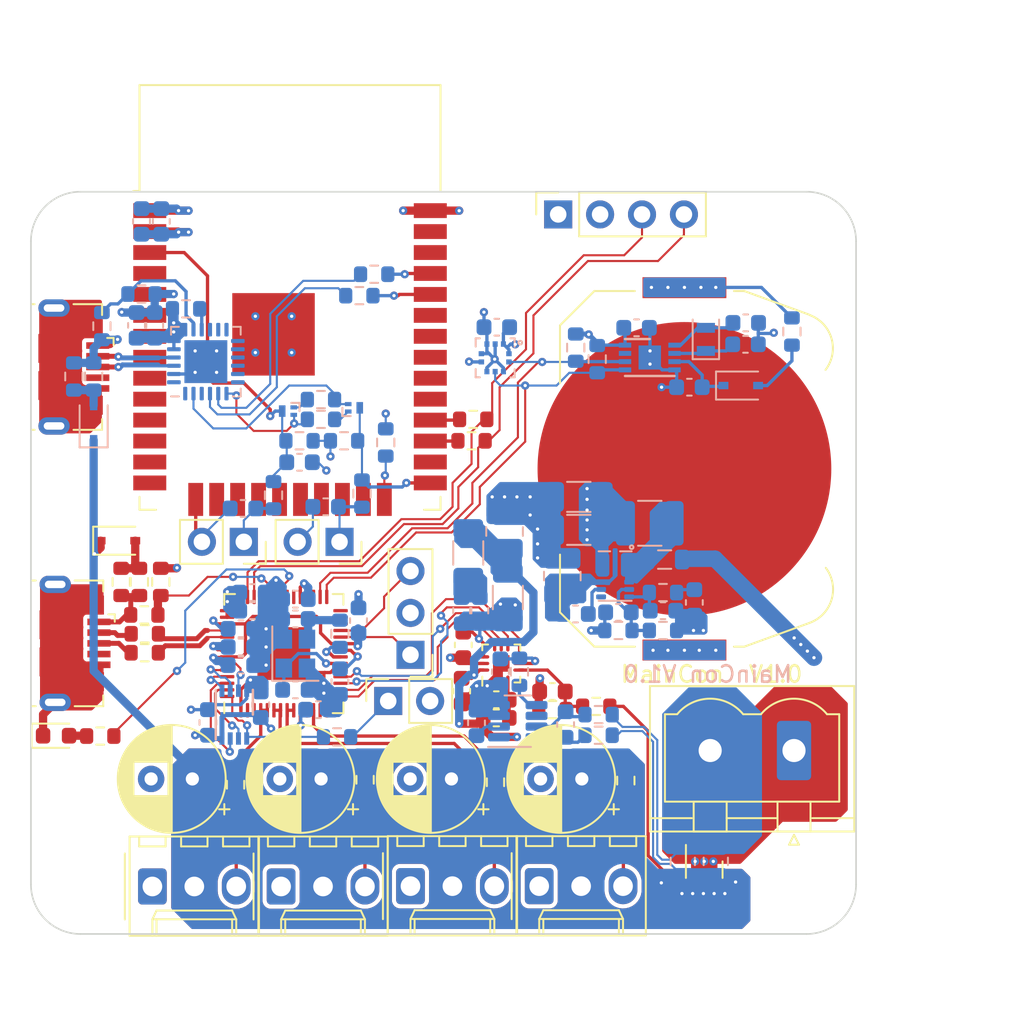
<source format=kicad_pcb>
(kicad_pcb (version 20211014) (generator pcbnew)
  (layers (0 "F.Cu" signal) (1 "In1.Cu" signal) (2 "In2.Cu" signal) (31 "B.Cu" signal) (34 "B.Paste" user) (35 "F.Paste" user) (36 "B.SilkS" user "B.Silkscreen") (37 "F.SilkS" user "F.Silkscreen") (38 "B.Mask" user) (39 "F.Mask" user) (44 "Edge.Cuts" user))
  (net 0 "")
  (net 1 "Net-(BT1-Pad1)")
  (net 2 "GND")
  (net 3 "/XIN")
  (net 4 "Net-(C2-Pad1)")
  (net 5 "+3V3")
  (net 6 "+3.3V")
  (net 7 "+24V")
  (net 8 "Net-(C8-Pad1)")
  (net 9 "Net-(C8-Pad2)")
  (net 10 "Net-(C13-Pad2)")
  (net 11 "+1V1")
  (net 12 "Net-(C19-Pad2)")
  (net 13 "Net-(C20-Pad1)")
  (net 14 "Net-(C20-Pad2)")
  (net 15 "Net-(C23-Pad2)")
  (net 16 "Net-(C25-Pad1)")
  (net 17 "Net-(C26-Pad1)")
  (net 18 "Net-(C28-Pad1)")
  (net 19 "Net-(C30-Pad1)")
  (net 20 "/ESP/ESP_EN")
  (net 21 "Net-(C36-Pad1)")
  (net 22 "Net-(C38-Pad1)")
  (net 23 "Net-(D1-Pad2)")
  (net 24 "Net-(D2-Pad2)")
  (net 25 "Net-(D3-Pad2)")
  (net 26 "Net-(D4-Pad2)")
  (net 27 "VBUS")
  (net 28 "Net-(J1-Pad2)")
  (net 29 "Net-(J1-Pad3)")
  (net 31 "Net-(J2-Pad1)")
  (net 32 "Net-(J2-Pad3)")
  (net 33 "Net-(J3-Pad1)")
  (net 34 "Net-(J5-Pad3)")
  (net 35 "Net-(J6-Pad3)")
  (net 36 "Net-(J7-Pad3)")
  (net 37 "Net-(J8-Pad3)")
  (net 38 "/ESP/VBUS_ESP")
  (net 39 "/ESP/ESP_D-")
  (net 40 "/ESP/ESP_D+")
  (net 42 "Net-(Q1-Pad1)")
  (net 43 "/ESP/RTS")
  (net 44 "Net-(Q2-Pad1)")
  (net 45 "/ESP/DTR")
  (net 46 "/ESP/ESP_IO0")
  (net 47 "/XOUT")
  (net 48 "Net-(R4-Pad2)")
  (net 49 "Net-(R5-Pad2)")
  (net 50 "/QSPI_CS")
  (net 51 "Net-(J4-Pad2)")
  (net 52 "/UART3")
  (net 53 "/UART2")
  (net 54 "/UART1")
  (net 55 "/UART0")
  (net 56 "Net-(R20-Pad2)")
  (net 57 "Net-(R27-Pad2)")
  (net 58 "Net-(R28-Pad2)")
  (net 59 "Net-(R29-Pad1)")
  (net 60 "Net-(R38-Pad1)")
  (net 61 "Net-(R40-Pad1)")
  (net 62 "/ESP/ESP_RXD")
  (net 63 "Net-(R41-Pad2)")
  (net 64 "/ESP/ESP_TXD")
  (net 65 "Net-(R42-Pad2)")
  (net 66 "/QSPI_D1")
  (net 67 "/QSPI_D2")
  (net 68 "/QSPI_D0")
  (net 69 "/QSPI_CLK")
  (net 70 "/QSPI_D3")
  (net 120 "/pheri/24V_Vsens")
  (net 121 "/pheri/24V_Isens")
  (net 122 "Net-(C41-Pad1)")
  (net 123 "+3.3VA")
  (net 124 "/pheri/SDA")
  (net 125 "/pheri/SCL")
  (net 126 "/pheri/CS")
  (net 127 "/pheri/SCK")
  (net 128 "/pheri/SDI")
  (net 129 "/pheri/SDO")
  (net 130 "Net-(C45-Pad1)")
  (net 135 "Net-(R10-Pad1)")
  (net 136 "Net-(R14-Pad2)")
  (net 137 "/ESP/TXD")
  (net 138 "/ESP/RXD")
  (footprint "Resistor_SMD:R_0603_1608Metric" (layer "F.Cu") (at 75.47 155.655 -90)
    (fp_text reference "R1" hide)
    (fp_text value "20R" hide)
  )
  (footprint "Resistor_SMD:R_0603_1608Metric" (layer "F.Cu") (at 76.9 158.8)
    (fp_text reference "R5" hide)
    (fp_text value "27" hide)
  )
  (footprint "Connector_PinSocket_2.54mm:PinSocket_1x02_P2.54mm_Vertical" (layer "F.Cu") (at 91.65 162.875 90)
    (fp_text reference "J3" hide)
    (fp_text value "Conn_01x02" hide)
  )
  (footprint "LED_SMD:LED_0603_1608Metric" (layer "F.Cu") (at 71.5225 164.979533)
    (fp_text reference "D2" hide)
    (fp_text value "Green" hide)
  )
  (footprint "RF_Module:ESP32-WROOM-32" (layer "F.Cu") (at 85.7 141.4)
    (fp_text reference "U7" hide)
    (fp_text value "ESP32-WROOM-32" hide)
  )
  (footprint "Battery:BatteryHolder_Keystone_3034_1x20mm" (layer "F.Cu") (at 109.6 148.8 90)
    (fp_text reference "BT1" hide)
    (fp_text value "Battery_Cell" hide)
  )
  (footprint "Resistor_SMD:R_0603_1608Metric" (layer "F.Cu") (at 76.87 157.655)
    (fp_text reference "R14" hide)
    (fp_text value "5.6k" hide)
  )
  (footprint "Connector_Molex:Molex_KK-254_AE-6410-03A_1x03_P2.54mm_Vertical" (layer "F.Cu") (at 100.8 174.1)
    (fp_text reference "J8" hide)
    (fp_text value "Conn_01x03" hide)
  )
  (footprint "Resistor_SMD:R_0603_1608Metric" (layer "F.Cu") (at 98.15 167.8 90)
    (fp_text reference "R18" hide)
    (fp_text value "1k" hide)
  )
  (footprint "Resistor_SMD:R_0603_1608Metric" (layer "F.Cu") (at 96.8 145.8 180)
    (fp_text reference "R28" hide)
    (fp_text value "470" hide)
  )
  (footprint "Capacitor_SMD:C_0603_1608Metric" (layer "F.Cu") (at 96.2 159.475 90)
    (fp_text reference "C43" hide)
    (fp_text value "100nF" hide)
  )
  (footprint "Connector_PinSocket_2.54mm:PinSocket_1x04_P2.54mm_Vertical" (layer "F.Cu") (at 101.95 133.375 90)
    (fp_text reference "J9" hide)
    (fp_text value "Conn_01x04" hide)
  )
  (footprint "Connector_PinHeader_2.54mm:PinHeader_1x03_P2.54mm_Vertical" (layer "F.Cu") (at 93 160.075 180)
    (fp_text reference "J2" hide)
    (fp_text value "Conn_01x03" hide)
  )
  (footprint "Bergi:QFN-12_EP_2x2_Pitch0.4mm" (layer "F.Cu") (at 98.5 160.6 90)
    (fp_text reference "U10" hide)
    (fp_text value "MCP3465R" hide)
  )
  (footprint "Inductor_SMD:L_0603_1608Metric" (layer "F.Cu") (at 98.2 163.9)
    (fp_text reference "R43" hide)
    (fp_text value "0R" hide)
  )
  (footprint "Resistor_SMD:R_0603_1608Metric" (layer "F.Cu") (at 96.7 147.1 180)
    (fp_text reference "R27" hide)
    (fp_text value "470" hide)
  )
  (footprint "MountingHole:MountingHole_3.2mm_M3_DIN965" (layer "F.Cu") (at 117 174)
    (fp_text reference "H3" hide)
    (fp_text value "MountingHole" hide)
  )
  (footprint "Connector_PinSocket_2.54mm:PinSocket_1x02_P2.54mm_Vertical" (layer "F.Cu") (at 82.9 153.225 -90)
    (fp_text reference "J12" hide)
    (fp_text value "Conn_01x02" hide)
  )
  (footprint "Package_SON:WSON-6-1EP_2x2mm_P0.65mm_EP1x1.6mm" (layer "F.Cu") (at 110.8 172.6 -90)
    (fp_text reference "U9" hide)
    (fp_text value "TVS2700DRV" hide)
  )
  (footprint "Resistor_SMD:R_0603_1608Metric" (layer "F.Cu") (at 74.2 165 180)
    (fp_text reference "R10" hide)
    (fp_text value "470R" hide)
  )
  (footprint "Capacitor_THT:CP_Radial_D6.3mm_P2.50mm" (layer "F.Cu") (at 87.58238 167.6 180)
    (fp_text reference "C10" hide)
    (fp_text value "100µ" hide)
  )
  (footprint "Connector_Molex:Molex_KK-254_AE-6410-03A_1x03_P2.54mm_Vertical" (layer "F.Cu") (at 85.16 174.12)
    (fp_text reference "J6" hide)
    (fp_text value "Conn_01x03" hide)
  )
  (footprint "Resistor_SMD:R_0603_1608Metric" (layer "F.Cu") (at 104.254524 163.2)
    (fp_text reference "R6" hide)
    (fp_text value "10k" hide)
  )
  (footprint "Resistor_SMD:R_0603_1608Metric" (layer "F.Cu") (at 76.895 159.95)
    (fp_text reference "R4" hide)
    (fp_text value "27" hide)
  )
  (footprint "Resistor_SMD:R_0603_1608Metric" (layer "F.Cu") (at 101.6 163.4)
    (fp_text reference "R7" hide)
    (fp_text value "1k" hide)
  )
  (footprint "MountingHole:MountingHole_3.2mm_M3_DIN965" (layer "F.Cu") (at 117 135)
    (fp_text reference "H1" hide)
    (fp_text value "MountingHole" hide)
  )
  (footprint "Connector_Molex:Molex_KK-254_AE-6410-03A_1x03_P2.54mm_Vertical" (layer "F.Cu") (at 93 174.1)
    (fp_text reference "J7" hide)
    (fp_text value "Conn_01x03" hide)
  )
  (footprint "Capacitor_THT:CP_Radial_D6.3mm_P2.50mm" (layer "F.Cu") (at 103.38238 167.6 180)
    (fp_text reference "C7" hide)
    (fp_text value "100µ" hide)
  )
  (footprint "Diode_SMD:D_SOD-323" (layer "F.Cu") (at 75.27 153.155)
    (fp_text reference "D1" hide)
    (fp_text value "BAT54W" hide)
  )
  (footprint "Capacitor_THT:CP_Radial_D6.3mm_P2.50mm" (layer "F.Cu") (at 95.48238 167.6 180)
    (fp_text reference "C6" hide)
    (fp_text value "100µ" hide)
  )
  (footprint "Connector_Phoenix_MSTB:PhoenixContact_MSTBVA_2,5_2-G-5,08_1x02_P5.08mm_Vertical" (layer "F.Cu") (at 116.24 165.8775 180)
    (fp_text reference "J4" hide)
    (fp_text value "Conn_01x02" hide)
  )
  (footprint "MountingHole:MountingHole_3.2mm_M3_DIN965" (layer "F.Cu") (at 73 135)
    (fp_text reference "H4" hide)
    (fp_text value "MountingHole" hide)
  )
  (footprint "MountingHole:MountingHole_3.2mm_M3_DIN965" (layer "F.Cu") (at 73 174)
    (fp_text reference "H2" hide)
    (fp_text value "MountingHole" hide)
  )
  (footprint "Connector_PinSocket_2.54mm:PinSocket_1x02_P2.54mm_Vertical" (layer "F.Cu") (at 88.7 153.225 -90)
    (fp_text reference "J11" hide)
    (fp_text value "Conn_01x02" hide)
  )
  (footprint "Resistor_SMD:R_0603_1608Metric" (layer "F.Cu") (at 82.4 167.95 90)
    (fp_text reference "R16" hide)
    (fp_text value "1k" hide)
  )
  (footprint "Connector_Molex:Molex_KK-254_AE-6410-03A_1x03_P2.54mm_Vertical" (layer "F.Cu") (at 77.36 174.12)
    (fp_text reference "J5" hide)
    (fp_text value "Conn_01x03" hide)
  )
  (footprint "Resistor_SMD:R_0603_1608Metric" (layer "F.Cu") (at 77.87 155.655 90)
    (fp_text reference "R15" hide)
    (fp_text value "10k" hide)
  )
  (footprint "Connector_USB:USB_Micro-B_GCT_USB3076-30-A" (layer "F.Cu") (at 72.67 159.38 -90)
    (fp_text reference "J1" hide)
    (fp_text value "USB_B_Micro" hide)
  )
  (footprint "Connector_USB:USB_Micro-B_GCT_USB3076-30-A" (layer "F.Cu") (at 72.6 142.625 -90)
    (fp_text reference "J10" hide)
    (fp_text value "USB_B_Micro" hide)
  )
  (footprint "Capacitor_SMD:C_0603_1608Metric" (layer "F.Cu") (at 98.2 162.8 180)
    (fp_text reference "C41" hide)
    (fp_text value "100nF" hide)
  )
  (footprint "Capacitor_SMD:C_0603_1608Metric" (layer "F.Cu") (at 96.1 162.275 -90)
    (fp_text reference "C42" hide)
    (fp_text value "100nF" hide)
  )
  (footprint "Package_DFN_QFN:QFN-56-1EP_7x7mm_P0.4mm_EP3.2x3.2mm" (layer "F.Cu") (at 85.325 160 90)
    (fp_text reference "U2" hide)
    (fp_text value "RP2040" hide)
  )
  (footprint "Resistor_SMD:R_0603_1608Metric" (layer "F.Cu") (at 106.05 167.7 90)
    (fp_text reference "R19" hide)
    (fp_text value "1k" hide)
  )
  (footprint "Resistor_SMD:R_0603_1608Metric" (layer "F.Cu") (at 90.25 167.65 90)
    (fp_text reference "R17" hide)
    (fp_text value "1k" hide)
  )
  (footprint "Resistor_SMD:R_0603_1608Metric" (layer "F.Cu") (at 76.57 155.655 -90)
    (fp_text reference "R2" hide)
    (fp_text value "20R" hide)
  )
  (footprint "Capacitor_THT:CP_Radial_D6.3mm_P2.50mm" (layer "F.Cu") (at 79.78238 167.6 180)
    (fp_text reference "C9" hide)
    (fp_text value "100µ" hide)
  )
  (footprint "Capacitor_SMD:C_0603_1608Metric" (layer "F.Cu") (at 101.6 162.3 180)
    (fp_text reference "C3" hide)
    (fp_text value "100nF" hide)
  )
  (footprint "Capacitor_SMD:C_0603_1608Metric" (layer "B.Cu") (at 87.425 163.4)
    (fp_text reference "C27" hide)
    (fp_text value "100nF" hide)
  )
  (footprint "Inductor_SMD:L_0603_1608Metric" (layer "B.Cu") (at 97.2 157.4 -90)
    (fp_text reference "R45" hide)
    (fp_text value "1R" hide)
  )
  (footprint "Capacitor_SMD:C_0603_1608Metric" (layer "B.Cu") (at 89.85 158 90)
    (fp_text reference "C18" hide)
    (fp_text value "100nF" hide)
  )
  (footprint "Resistor_SMD:R_0603_1608Metric" (layer "B.Cu") (at 116.114286 140.475 -90)
    (fp_text reference "R26" hide)
    (fp_text value "1k" hide)
  )
  (footprint "Resistor_SMD:R_0603_1608Metric" (layer "B.Cu") (at 89.9 138.3 180)
    (fp_text reference "R41" hide)
    (fp_text value "470" hide)
  )
  (footprint "Resistor_SMD:R_0603_1608Metric" (layer "B.Cu") (at 84.7 150.4 -90)
    (fp_text reference "R35" hide)
    (fp_text value "470R" hide)
  )
  (footprint "Capacitor_SMD:C_0603_1608Metric" (layer "B.Cu") (at 86.275 148.4)
    (fp_text reference "C35" hide)
    (fp_text value "1nF" hide)
  )
  (footprint "Capacitor_SMD:C_0603_1608Metric" (layer "B.Cu") (at 82.725 159.6)
    (fp_text reference "C15" hide)
    (fp_text value "100nF" hide)
  )
  (footprint "Capacitor_SMD:C_0603_1608Metric" (layer "B.Cu") (at 97 164.2 90)
    (fp_text reference "C5" hide)
    (fp_text value "100n" hide)
  )
  (footprint "Resistor_SMD:R_0603_1608Metric" (layer "B.Cu") (at 88.725 158.8 90)
    (fp_text reference "R3" hide)
    (fp_text value "1k" hide)
  )
  (footprint "Resistor_SMD:R_0603_1608Metric" (layer "B.Cu") (at 87.575 145.8)
    (fp_text reference "R31" hide)
    (fp_text value "10k" hide)
  )
  (footprint "Resistor_SMD:R_0603_1608Metric" (layer "B.Cu") (at 108.3 156.3)
    (fp_text reference "R23" hide)
    (fp_text value "27k" hide)
  )
  (footprint "Capacitor_SMD:C_1210_3225Metric" (layer "B.Cu") (at 107.5 152.1)
    (fp_text reference "C13" hide)
    (fp_text value "10µ" hide)
  )
  (footprint "Capacitor_SMD:C_0603_1608Metric" (layer "B.Cu") (at 82.725 160.7)
    (fp_text reference "C16" hide)
    (fp_text value "100nF" hide)
  )
  (footprint "Capacitor_SMD:C_0603_1608Metric" (layer "B.Cu") (at 76.7 133.8 90)
    (fp_text reference "C34" hide)
    (fp_text value "100nF" hide)
  )
  (footprint "Capacitor_SMD:C_0603_1608Metric" (layer "B.Cu") (at 106.7 140.25)
    (fp_text reference "C12" hide)
    (fp_text value "100nF" hide)
  )
  (footprint "Resistor_SMD:R_0603_1608Metric" (layer "B.Cu") (at 88.975 147.1 180)
    (fp_text reference "R33" hide)
    (fp_text value "DNP" hide)
  )
  (footprint "Capacitor_SMD:C_0603_1608Metric" (layer "B.Cu") (at 83.925 163.1 -90)
    (fp_text reference "C4" hide)
    (fp_text value "100nF" hide)
  )
  (footprint "Resistor_SMD:R_0603_1608Metric" (layer "B.Cu") (at 74.3 140.15 -90)
    (fp_text reference "R38" hide)
    (fp_text value "22k" hide)
  )
  (footprint "Inductor_SMD:L_0603_1608Metric" (layer "B.Cu") (at 96.1 157.4 -90)
    (fp_text reference "R44" hide)
    (fp_text value "1R" hide)
  )
  (footprint "Resistor_SMD:R_0603_1608Metric" (layer "B.Cu") (at 90.8 137 180)
    (fp_text reference "R42" hide)
    (fp_text value "470" hide)
  )
  (footprint "Capacitor_SMD:C_0603_1608Metric" (layer "B.Cu") (at 76.4 140.1 90)
    (fp_text reference "C40" hide)
    (fp_text value "1µF" hide)
  )
  (footprint "Capacitor_SMD:C_0603_1608Metric" (layer "B.Cu") (at 86.025 156.7 180)
    (fp_text reference "C24" hide)
    (fp_text value "100nF" hide)
  )
  (footprint "Capacitor_SMD:C_0603_1608Metric" (layer "B.Cu") (at 86.025 162.2)
    (fp_text reference "C1" hide)
    (fp_text value "12p" hide)
  )
  (footprint "Package_DFN_QFN:Diodes_DFN1006-3" (layer "B.Cu") (at 89.575 145.1)
    (fp_text reference "Q2" hide)
    (fp_text value "MMBT3904LP" hide)
  )
  (footprint "Capacitor_SMD:C_0603_1608Metric" (layer "B.Cu") (at 82.85 151.2 180)
    (fp_text reference "C38" hide)
    (fp_text value "1nF" hide)
  )
  (footprint "Resistor_SMD:R_0603_1608Metric" (layer "B.Cu") (at 104.4 164.95)
    (fp_text reference "R9" hide)
    (fp_text value "0R" hide)
  )
  (footprint "Package_DFN_QFN:DFN-8-1EP_3x2mm_P0.5mm_EP1.36x1.46mm" (layer "B.Cu") (at 107.5 142.05 180)
    (fp_text reference "U6" hide)
    (fp_text value "MCP79410T-I/MNY" hide)
  )
  (footprint "Package_DFN_QFN:QFN-24-1EP_4x4mm_P0.5mm_EP2.6x2.6mm" (layer "B.Cu") (at 80.6 142.3)
    (fp_text reference "U8" hide)
    (fp_text value "CP2102N-Axx-xQFN24" hide)
  )
  (footprint "Capacitor_SMD:C_0603_1608Metric" (layer "B.Cu") (at 87.86 151.1 180)
    (fp_text reference "C36" hide)
    (fp_text value "1nF" hide)
  )
  (footprint "Capacitor_SMD:C_0603_1608Metric" (layer "B.Cu") (at 113.3 141.25)
    (fp_text reference "C26" hide)
    (fp_text value "10p" hide)
  )
  (footprint "Capacitor_SMD:C_1206_3216Metric" (layer "B.Cu") (at 96.5 153.9 90)
    (fp_text reference "C45" hide)
    (fp_text value "22µ" hide)
  )
  (footprint "Capacitor_SMD:C_0603_1608Metric" (layer "B.Cu") (at 83.425 157.4)
    (fp_text reference "C32" hide)
    (fp_text value "1µF" hide)
  )
  (footprint "Capacitor_SMD:C_0603_1608Metric" (layer "B.Cu") (at 80.725 164.175 -90)
    (fp_text reference "C29" hide)
    (fp_text value "100nF" hide)
  )
  (footprint "Resistor_SMD:R_0603_1608Metric" (layer "B.Cu") (at 108.3 158.6)
    (fp_text reference "R25" hide)
    (fp_text value "30k" hide)
  )
  (footprint "Crystal:Crystal_SMD_2520-4Pin_2.5x2.0mm" (layer "B.Cu") (at 86.025 160 90)
    (fp_text reference "Y1" hide)
    (fp_text value "12Mhz" hide)
  )
  (footprint "Capacitor_SMD:C_0603_1608Metric" (layer "B.Cu") (at 83.425 156.3)
    (fp_text reference "C17" hide)
    (fp_text value "100nF" hide)
  )
  (footprint "Resistor_SMD:R_0603_1608Metric" (layer "B.Cu") (at 99.6 161.1 -90)
    (fp_text reference "R20" hide)
    (fp_text value "1k5" hide)
  )
  (footprint "Bergi:DFN-8-1EP_3x2mm_P0.5mm_EP0.3x1.6mm" (layer "B.Cu") (at 82.325 163.7 90)
    (fp_text reference "U1" hide)
    (fp_text value "W25Q16JVUXIQ" hide)
  )
  (footprint "Resistor_SMD:R_0603_1608Metric" (layer "B.Cu") (at 72.6 143.2 90)
    (fp_text reference "R36" hide)
    (fp_text value "20R" hide)
  )
  (footprint "Resistor_SMD:R_0805_2012Metric" (layer "B.Cu") (at 111.5 172.6 90)
    (fp_text reference "R12" hide)
    (fp_text value "0R01" hide)
  )
  (footprint "Capacitor_SMD:C_0603_1608Metric" (layer "B.Cu") (at 77.9 133.8 90)
    (fp_text reference "C37" hide)
    (fp_text value "1µF" hide)
  )
  (footprint "Capacitor_SMD:C_0603_1608Metric" (layer "B.Cu") (at 113.314286 139.95)
    (fp_text reference "C28" hide)
    (fp_text value "10p" hide)
  )
  (footprint "Capacitor_SMD:C_1206_3216Metric" (layer "B.Cu") (at 103.2 150.5 180)
    (fp_text reference "C33" hide)
    (fp_text value "22µ" hide)
  )
  (footprint "Package_TO_SOT_SMD:SOT-23-8" (layer "B.Cu") (at 99.5 164.1)
    (fp_text reference "U3" hide)
    (fp_text value "INA186A3IDDF" hide)
  )
  (footprint "Crystal:Crystal_SMD_2012-2Pin_2.0x1.2mm" (layer "B.Cu") (at 110.9 140.95 90)
    (fp_text reference "Y2" hide)
    (fp_text value "Crystal" hide)
  )
  (footprint "Resistor_SMD:R_0603_1608Metric" (layer "B.Cu") (at 88.55 165.05)
    (fp_text reference "R8" hide)
    (fp_text value "1k" hide)
  )
  (footprint "Capacitor_SMD:C_0603_1608Metric" (layer "B.Cu") (at 82.725 158.5)
    (fp_text reference "C22" hide)
    (fp_text value "1µF" hide)
  )
  (footprint "Inductor_SMD:L_1008_2520Metric" (layer "B.Cu") (at 98.7 152.6 -90)
    (fp_text reference "L3" hide)
    (fp_text value "4.7u" hide)
  )
  (footprint "Inductor_SMD:L_1008_2520Metric" (layer "B.Cu") (at 102.2 155.3 90)
    (fp_text reference "L2" hide)
    (fp_text value "4.7u" hide)
  )
  (footprint "Capacitor_SMD:C_0603_1608Metric" (layer "B.Cu") (at 102.4 164.3 90)
    (fp_text reference "C8" hide)
    (fp_text value "DNP" hide)
  )
  (footprint "Resistor_SMD:R_0603_1608Metric" (layer "B.Cu") (at 105.6 158.6)
    (fp_text reference "R24" hide)
    (fp_text value "91k" hide)
  )
  (footprint "Resistor_SMD:R_0603_1608Metric" (layer "B.Cu") (at 91.5 147.2 90)
    (fp_text reference "R29" hide)
    (fp_text value "DNP" hide)
  )
  (footprint "Resistor_SMD:R_0603_1608Metric" (layer "B.Cu") (at 86.275 147.1)
    (fp_text reference "R32" hide)
    (fp_text value "10k" hide)
  )
  (footprint "Bergi:V-DFN3020-13" (layer "B.Cu") (at 105.4 155.3 180)
    (fp_text reference "U5" hide)
    (fp_text value "AP63357Q" hide)
  )
  (footprint "Capacitor_SMD:C_0603_1608Metric" (layer "B.Cu") (at 86.025 157.9 180)
    (fp_text reference "C2" hide)
    (fp_text value "12p" hide)
  )
  (footprint "Bergi:HLGA-10L" (layer "B.Cu") (at 98.15 142.05 180)
    (fp_text reference "U4" hide)
    (fp_text value "ILPS22QS" hide)
  )
  (footprint "Capacitor_SMD:C_0603_1608Metric" (layer "B.Cu") (at 88.725 161.7 -90)
    (fp_text reference "C21" hide)
    (fp_text value "100nF" hide)
  )
  (footprint "Capacitor_SMD:C_0603_1608Metric" (layer "B.Cu") (at 98.23 140.211467 180)
    (fp_text reference "C14" hide)
    (fp_text value "100nF" hide)
  )
  (footprint "Resistor_SMD:R_0603_1608Metric" (layer "B.Cu") (at 76.7 138.2)
    (fp_text reference "R39" hide)
    (fp_text value "47k" hide)
  )
  (footprint "Capacitor_SMD:C_0603_1608Metric" (layer "B.Cu") (at 103 157.6)
    (fp_text reference "C20" hide)
    (fp_text value "100n" hide)
  )
  (footprint "Capacitor_SMD:C_0603_1608Metric" (layer "B.Cu") (at 105.6 157.5 180)
    (fp_text reference "C25" hide)
    (fp_text value "DNP" hide)
  )
  (footprint "Capacitor_SMD:C_1206_3216Metric" (layer "B.Cu") (at 103.2 152.5 180)
    (fp_text reference "C31" hide)
    (fp_text value "22µ" hide)
  )
  (footprint "Inductor_SMD:L_0805_2012Metric" (layer "B.Cu") (at 108.4 154.3)
    (fp_text reference "L1" hide)
    (fp_text value "1µ" hide)
  )
  (footprint "Resistor_SMD:R_0603_1608Metric" (layer "B.Cu") (at 103.014286 141.45 90)
    (fp_text reference "R22" hide)
    (fp_text value "10k" hide)
  )
  (footprint "Capacitor_SMD:C_0603_1608Metric" (layer "B.Cu") (at 77.5 140.1 90)
    (fp_text reference "C39" hide)
    (fp_text value "100nF" hide)
  )
  (footprint "Resistor_SMD:R_0603_1608Metric" (layer "B.Cu") (at 104.4 163.7)
    (fp_text reference "R13" hide)
    (fp_text value "0R" hide)
  )
  (footprint "Diode_SMD:D_SOD-323" (layer "B.Cu") (at 113.014286 143.75)
    (fp_text reference "D3" hide)
    (fp_text value "BAT54W" hide)
  )
  (footprint "Diode_SMD:D_SOD-323" (layer "B.Cu") (at 73.8 146 90)
    (fp_text reference "D4" hide)
    (fp_text value "BAT54W" hide)
  )
  (footprint "Resistor_SMD:R_0603_1608Metric" (layer "B.Cu") (at 104.314286 142.15 90)
    (fp_text reference "R21" hide)
    (fp_text value "10k" hide)
  )
  (footprint "Resistor_SMD:R_0603_1608Metric" (layer "B.Cu") (at 73.8 143.2 90)
    (fp_text reference "R37" hide)
    (fp_text value "20R" hide)
  )
  (footprint "Capacitor_SMD:C_0603_1608Metric" (layer "B.Cu") (at 110.2 156.9 90)
    (fp_text reference "C19" hide)
    (fp_text value "3.3n" hide)
  )
  (footprint "Resistor_SMD:R_0805_2012Metric" (layer "B.Cu") (at 109.5 172.6 90)
    (fp_text reference "R11" hide)
    (fp_text value "0R01" hide)
  )
  (footprint "Capacitor_SMD:C_0603_1608Metric" (layer "B.Cu") (at 98.45 161.1 -90)
    (fp_text reference "C11" hide)
    (fp_text value "100n" hide)
  )
  (footprint "Capacitor_SMD:C_0603_1608Metric" (layer "B.Cu") (at 108.3 157.4 180)
    (fp_text reference "C23" hide)
    (fp_text value "DNP" hide)
  )
  (footprint "Capacitor_SMD:C_1206_3216Metric" (layer "B.Cu") (at 98.9 156.6 90)
    (fp_text reference "C44" hide)
    (fp_text value "22µ" hide)
  )
  (footprint "Package_DFN_QFN:Diodes_DFN1006-3" (layer "B.Cu") (at 85.575 145.3 180)
    (fp_text reference "Q1" hide)
    (fp_text value "MMBT3904LP" hide)
  )
  (footprint "Resistor_SMD:R_0603_1608Metric" (layer "B.Cu") (at 79.4 139.1 180)
    (fp_text reference "R40" hide)
    (fp_text value "10k" hide)
  )
  (footprint "Resistor_SMD:R_0603_1608Metric" (layer "B.Cu") (at 87.575 144.6 180)
    (fp_text reference "R30" hide)
    (fp_text value "10k" hide)
  )
  (footprint "Resistor_SMD:R_0603_1608Metric" (layer "B.Cu") (at 90.06 150.3 -90)
    (fp_text reference "R34" hide)
    (fp_text value "470R" hide)
  )
  (footprint "Capacitor_SMD:C_0603_1608Metric" (layer "B.Cu") (at 109.9 143.85 180)
    (fp_text reference "C30" hide)
    (fp_text value "100p" hide)
  )
  (gr_line (start 117 132) (end 73 132) (layer "Edge.Cuts") (width 0.1))
  (gr_arc (start 70 135) (mid 70.87868 132.87868) (end 73 132) (layer "Edge.Cuts") (width 0.1))
  (gr_arc (start 120 174) (mid 119.12132 176.12132) (end 117 177) (layer "Edge.Cuts") (width 0.1))
  (gr_line (start 73 177) (end 117 177) (layer "Edge.Cuts") (width 0.1))
  (gr_arc (start 73 177) (mid 70.87868 176.12132) (end 70 174) (layer "Edge.Cuts") (width 0.1))
  (gr_arc (start 117 132) (mid 119.12132 132.87868) (end 120 135) (layer "Edge.Cuts") (width 0.1))
  (gr_line (start 120 135) (end 120 174) (layer "Edge.Cuts") (width 0.1))
  (gr_line (start 70 135) (end 70 174) (layer "Edge.Cuts") (width 0.1))
  (gr_text "MainCon V1.0" (at 111 161.25) (layer "B.SilkS") (effects (font (size 1 1)) (justify mirror)))
  (gr_text "MainCon	V1.0" (at 111.25 161.25) (layer "F.SilkS") (effects (font (size 1 1))))
  (segment (start 109.6 159.785) (end 109.6 159.8) (width 0.2) (layer "F.Cu") (net 1))
  (via (at 109.6 159.8) (size 0.5) (drill 0.2) (layers "F.Cu" "B.Cu") (net 1))
  (via (at 110.6 137.8) (size 0.5) (drill 0.2) (layers "F.Cu" "B.Cu") (net 1))
  (via (at 107.7 159.8) (size 0.5) (drill 0.2) (layers "F.Cu" "B.Cu") (net 1))
  (via (at 111.5 159.8) (size 0.5) (drill 0.2) (layers "F.Cu" "B.Cu") (net 1))
  (via (at 108.6 137.8) (size 0.5) (drill 0.2) (layers "F.Cu" "B.Cu") (net 1))
  (via (at 108.6 159.8) (size 0.5) (drill 0.2) (layers "F.Cu" "B.Cu") (net 1))
  (via (at 107.6 137.8) (size 0.5) (drill 0.2) (layers "F.Cu" "B.Cu") (net 1))
  (via (at 109.6 137.8) (size 0.5) (drill 0.2) (layers "F.Cu" "B.Cu") (net 1))
  (via (at 111.5 137.8) (size 0.5) (drill 0.2) (layers "F.Cu" "B.Cu") (net 1))
  (via (at 110.5 159.8) (size 0.5) (drill 0.2) (layers "F.Cu" "B.Cu") (net 1))
  (segment (start 110.5 159.8) (end 111.5 159.8) (width 0.2) (layer "B.Cu") (net 1))
  (segment (start 109.6 159.8) (end 110.5 159.8) (width 0.2) (layer "B.Cu") (net 1))
  (segment (start 108.6 159.8) (end 107.7 159.8) (width 0.2) (layer "B.Cu") (net 1))
  (segment (start 111.5 137.8) (end 110.7 137.8) (width 0.2) (layer "B.Cu") (net 1))
  (segment (start 109.6 159.8) (end 108.6 159.8) (width 0.2) (layer "B.Cu") (net 1))
  (segment (start 114.264286 137.8) (end 111.5 137.8) (width 0.2) (layer "B.Cu") (net 1))
  (segment (start 116.114286 139.65) (end 114.264286 137.8) (width 0.2) (layer "B.Cu") (net 1))
  (segment (start 109.6 137.8) (end 108.6 137.8) (width 0.2) (layer "B.Cu") (net 1))
  (segment (start 110.7 137.8) (end 110.6 137.8) (width 0.2) (layer "B.Cu") (net 1))
  (segment (start 108.6 137.8) (end 107.6 137.8) (width 0.2) (layer "B.Cu") (net 1))
  (segment (start 110.6 137.8) (end 109.6 137.8) (width 0.2) (layer "B.Cu") (net 1))
  (segment (start 98.1 161.675) (end 98.1 161) (width 0.2) (layer "F.Cu") (net 2))
  (segment (start 95.945 133.145) (end 95.95 133.15) (width 0.5) (layer "F.Cu") (net 2))
  (segment (start 79.985 150.655) (end 79.985 152.85) (width 0.2) (layer "F.Cu") (net 2))
  (segment (start 84.705 140.645) (end 84.7 140.645) (width 0.2) (layer "F.Cu") (net 2))
  (segment (start 94.2 133.145) (end 95.945 133.145) (width 0.5) (layer "F.Cu") (net 2))
  (segment (start 100.775 163.4) (end 100.775 162.35) (width 0.5) (layer "F.Cu") (net 2))
  (segment (start 83.6 141.745) (end 84.7 140.645) (width 0.2) (layer "F.Cu") (net 2))
  (segment (start 70.735 163.69) (end 71.47 162.955) (width 0.5) (layer "F.Cu") (net 2))
  (segment (start 77.87 154.83) (end 78.82 154.83) (width 0.5) (layer "F.Cu") (net 2))
  (segment (start 79.545 133.145) (end 79.55 133.15) (width 0.5) (layer "F.Cu") (net 2))
  (segment (start 100.825 161.525) (end 100.85 161.5) (width 0.5) (layer "F.Cu") (net 2))
  (segment (start 98.5 161.675) (end 98.5 160.6) (width 0.2) (layer "F.Cu") (net 2))
  (segment (start 78.945 133.145) (end 79.545 133.145) (width 0.5) (layer "F.Cu") (net 2))
  (segment (start 87.75 162.4) (end 87.75 161.8) (width 0.2) (layer "F.Cu") (net 2))
  (segment (start 87.75 161.2) (end 87.8 161.15) (width 0.2) (layer "F.Cu") (net 2))
  (segment (start 88.3 161) (end 88.15 161.15) (width 0.2) (layer "F.Cu") (net 2))
  (segment (start 85.8 141.75) (end 84.7 140.65) (width 0.2) (layer "F.Cu") (net 2))
  (segment (start 84.695 140.645) (end 84.7 140.645) (width 0.2) (layer "F.Cu") (net 2))
  (segment (start 97.925 161.675) (end 98.5 161.675) (width 0.2) (layer "F.Cu") (net 2))
  (segment (start 94.2 133.145) (end 92.555 133.145) (width 0.5) (layer "F.Cu") (net 2))
  (segment (start 88.7625 161) (end 88.3 161) (width 0.2) (layer "F.Cu") (net 2))
  (segment (start 96.2 163.05) (end 97.175 163.05) (width 0.2) (layer "F.Cu") (net 2))
  (segment (start 98.1 161) (end 98.5 160.6) (width 0.2) (layer "F.Cu") (net 2))
  (segment (start 83.6 139.55) (end 84.695 140.645) (width 0.2) (layer "F.Cu") (net 2))
  (segment (start 97.425 162.175) (end 97.425 162.8) (width 0.2) (layer "F.Cu") (net 2))
  (segment (start 87.75 161.8) (end 87.75 161.2) (width 0.2) (layer "F.Cu") (net 2))
  (segment (start 85.8 139.55) (end 84.705 140.645) (width 0.2) (layer "F.Cu") (net 2))
  (segment (start 84.7 140.65) (end 84.7 140.645) (width 0.2) (layer "F.Cu") (net 2))
  (segment (start 70.735 164.979533) (end 70.735 163.69) (width 0.5) (layer "F.Cu") (net 2))
  (segment (start 100.825 162.3) (end 100.825 161.525) (width 0.5) (layer "F.Cu") (net 2))
  (segment (start 78.82 154.83) (end 78.85 154.8) (width 0.5) (layer "F.Cu") (net 2))
  (segment (start 100.775 162.35) (end 100.825 162.3) (width 0.5) (layer "F.Cu") (net 2))
  (segment (start 87.8 161.15) (end 86.475 161.15) (width 0.2) (layer "F.Cu") (net 2))
  (segment (start 86.475 161.15) (end 85.325 160) (width 0.2) (layer "F.Cu") (net 2))
  (segment (start 97.15 159.1) (end 97.425 159.375) (width 0.2) (layer "F.Cu") (net 2))
  (segment (start 88.15 161.15) (end 87.8 161.15) (width 0.2) (layer "F.Cu") (net 2))
  (segment (start 97.425 159.375) (end 97.425 160.2) (width 0.2) (layer "F.Cu") (net 2))
  (segment (start 97.15 159.1) (end 96.75 158.7) (width 0.2) (layer "F.Cu") (net 2))
  (segment (start 83.6 141.75) (end 83.6 141.745) (width 0.2) (layer "F.Cu") (net 2))
  (segment (start 79.985 152.85) (end 80.335 153.2) (width 0.2) (layer "F.Cu") (net 2))
  (segment (start 77.2 133.145) (end 78.945 133.145) (width 0.5) (layer "F.Cu") (net 2))
  (segment (start 97.175 163.05) (end 97.425 162.8) (width 0.2) (layer "F.Cu") (net 2))
  (segment (start 97.65 161.95) (end 97.925 161.675) (width 0.2) (layer "F.Cu") (net 2))
  (segment (start 96.75 158.7) (end 96.2 158.7) (width 0.2) (layer "F.Cu") (net 2))
  (segment (start 97.65 161.95) (end 97.425 162.175) (width 0.2) (layer "F.Cu") (net 2))
  (via (at 84.85 155.55) (size 0.5) (drill 0.2) (layers "F.Cu" "B.Cu") (net 2))
  (via (at 78.65 138.2) (size 0.5) (drill 0.2) (layers "F.Cu" "B.Cu") (net 2))
  (via (at 84.25 159.6) (size 0.5) (drill 0.2) (layers "F.Cu" "B.Cu") (net 2))
  (via (at 98.1 142.15) (size 0.5) (drill 0.2) (layers "F.Cu" "B.Cu") (net 2))
  (via (at 107.514286 142.45) (size 0.5) (drill 0.2) (layers "F.Cu" "B.Cu") (net 2))
  (via (at 92.555 133.145) (size 0.5) (drill 0.2) (layers "F.Cu" "B.Cu") (net 2))
  (via (at 110.8 172.6) (size 0.5) (drill 0.2) (layers "F.Cu" "B.Cu") (net 2))
  (via (at 110.15 158.6) (size 0.5) (drill 0.2) (layers "F.Cu" "B.Cu") (net 2))
  (via (at 103.7 153.1) (size 0.5) (drill 0.2) (layers "F.Cu" "B.Cu") (net 2))
  (via (at 97.006717 161.952748) (size 0.5) (drill 0.2) (layers "F.Cu" "B.Cu") (net 2))
  (via (at 103.7 152.5) (size 0.5) (drill 0.2) (layers "F.Cu" "B.Cu") (net 2))
  (via (at 103.7 150.65) (size 0.5) (drill 0.2) (layers "F.Cu" "B.Cu") (net 2))
  (via (at 99.35 157.05) (size 0.5) (drill 0.2) (layers "F.Cu" "B.Cu") (net 2))
  (via (at 111.35 172.6) (size 0.5) (drill 0.2) (layers "F.Cu" "B.Cu") (net 2))
  (via (at 84.55 164.55) (size 0.5) (drill 0.2) (layers "F.Cu" "B.Cu") (net 2))
  (via (at 85.8 139.55) (size 0.5) (drill 0.2) (layers "F.Cu" "B.Cu") (net 2))
  (via (at 85.8 141.75) (size 0.5) (drill 0.2) (layers "F.Cu" "B.Cu") (net 2))
  (via (at 103.7 151.9) (size 0.5) (drill 0.2) (layers "F.Cu" "B.Cu") (net 2))
  (via (at 79.95 142.95) (size 0.5) (drill 0.2) (layers "F.Cu" "B.Cu") (net 2))
  (via (at 97.45 139.3) (size 0.5) (drill 0.2) (layers "F.Cu" "B.Cu") (net 2))
  (via (at 87.9 148.9) (size 0.5) (drill 0.2) (layers "F.Cu" "B.Cu") (net 2))
  (via (at 97.15 159.1) (size 0.5) (drill 0.2) (layers "F.Cu" "B.Cu") (net 2))
  (via (at 84.25 160.7) (size 0.5) (drill 0.2) (layers "F.Cu" "B.Cu") (net 2))
  (via (at 103.7 151.3) (size 0.5) (drill 0.2) (layers "F.Cu" "B.Cu") (net 2))
  (via (at 110.25 172.6) (size 0.5) (drill 0.2) (layers "F.Cu" "B.Cu") (net 2))
  (via (at 83.6 141.75) (size 0.5) (drill 0.2) (layers "F.Cu" "B.Cu") (net 2))
  (via (at 98.45 157) (size 0.5) (drill 0.2) (layers "F.Cu" "B.Cu") (net 2))
  (via (at 79.95 164.95) (size 0.5) (drill 0.2) (layers "F.Cu" "B.Cu") (net 2))
  (via (at 108.214286 143.85) (size 0.5) (drill 0.2) (layers "F.Cu" "B.Cu") (net 2))
  (via (at 107.514286 141.65) (size 0.5) (drill 0.2) (layers "F.Cu" "B.Cu") (net 2))
  (via (at 87.75 162.4) (size 0.5) (drill 0.2) (layers "F.Cu" "B.Cu") (net 2))
  (via (at 103.7 150) (size 0.5) (drill 0.2) (layers "F.Cu" "B.Cu") (net 2))
  (via (at 79.95 141.65) (size 0.5) (drill 0.2) (layers "F.Cu" "B.Cu") (net 2))
  (via (at 110.75 158.6) (size 0.5) (drill 0.2) (layers "F.Cu" "B.Cu") (net 2))
  (via (at 83.6 139.55) (size 0.5) (drill 0.2) (layers "F.Cu" "B.Cu") (net 2))
  (via (at 78.85 154.8) (size 0.5) (drill 0.2) (layers "F.Cu" "B.Cu") (net 2))
  (via (at 95.95 133.15) (size 0.5) (drill 0.2) (layers "F.Cu" "B.Cu") (net 2))
  (via (at 78.945 133.145) (size 0.5) (drill 0.2) (layers "F.Cu" "B.Cu") (net 2))
  (via (at 89.85 156.4) (size 0.5) (drill 0.2) (layers "F.Cu" "B.Cu") (net 2))
  (via (at 87.75 161.8) (size 0.5) (drill 0.2) (layers "F.Cu" "B.Cu") (net 2))
  (via (at 97.65 161.95) (size 0.5) (drill 0.2) (layers "F.Cu" "B.Cu") (net 2))
  (via (at 81.25 142.95) (size 0.5) (drill 0.2) (layers "F.Cu" "B.Cu") (net 2))
  (via (at 79.55 133.15) (size 0.5) (drill 0.2) (layers "F.Cu" "B.Cu") (net 2))
  (via (at 115.014286 140.55) (size 0.5) (drill 0.2) (layers "F.Cu" "B.Cu") (net 2))
  (via (at 100.85 161.5) (size 0.5) (drill 0.2) (layers "F.Cu" "B.Cu") (net 2))
  (via (at 75.5 139.3) (size 0.5) (drill 0.2) (layers "F.Cu" "B.Cu") (net 2))
  (via (at 81.25 141.65) (size 0.5) (drill 0.2) (layers "F.Cu" "B.Cu") (net 2))
  (via (at 84.25 158.5) (size 0.5) (drill 0.2) (layers "F.Cu" "B.Cu") (net 2))
  (segment (start 103.7 153.1) (end 103.7 152.5) (width 0.2) (layer "B.Cu") (net 2))
  (segment (start 80.925 165.15) (end 80.725 164.95) (width 0.3) (layer "B.Cu") (net 2))
  (segment (start 87.4 148.4) (end 87.9 148.9) (width 0.127) (layer "B.Cu") (net 2))
  (segment (start 97.009465 161.95) (end 97.65 161.95) (width 0.2) (layer "B.Cu") (net 2))
  (segment (start 81.575 163.875) (end 81.75 163.7) (width 0.3) (layer "B.Cu") (net 2))
  (segment (start 87.75 162.4) (end 87.75 161.8) (width 0.2) (layer "B.Cu") (net 2))
  (segment (start 107.514286 141.65) (end 107.514286 140.289286) (width 0.2) (layer "B.Cu") (net 2))
  (segment (start 83.925 163.875) (end 83.925 163.925) (width 0.2) (layer "B.Cu") (net 2))
  (segment (start 97.006717 161.952748) (end 97.009465 161.95) (width 0.2) (layer "B.Cu") (net 2))
  (segment (start 85.25 156.7) (end 85.25 157.9) (width 0.5) (layer "B.Cu") (net 2))
  (segment (start 77.5 139.325) (end 77.5 138.225) (width 0.5) (layer "B.Cu") (net 2))
  (segment (start 85.25 155.95) (end 85.25 156.7) (width 0.5) (layer "B.Cu") (net 2))
  (segment (start 85.25 157.9) (end 85.25 159.05) (width 0.5) (layer "B.Cu") (net 2))
  (segment (start 107.5 141.664286) (end 107.514286 141.65) (width 0.2) (layer "B.Cu") (net 2))
  (segment (start 87.05 148.4) (end 87.4 148.4) (width 0.127) (layer "B.Cu") (net 2))
  (segment (start 114.075 139.964286) (end 114.089286 139.95) (width 0.2) (layer "B.Cu") (net 2))
  (segment (start 79.95 142.95) (end 79.85 143.05) (width 0.2) (layer "B.Cu") (net 2))
  (segment (start 104.675 152.5) (end 104.075 153.1) (width 0.2) (layer "B.Cu") (net 2))
  (segment (start 107.5 142.435714) (end 107.5 142.05) (width 0.2) (layer "B.Cu") (net 2))
  (segment (start 84.2 157.4) (end 84.2 157.8) (width 0.5) (layer "B.Cu") (net 2))
  (segment (start 98.3625 163.725) (end 98.0625 163.425) (width 0.2) (layer "B.Cu") (net 2))
  (segment (start 81.575 165.15) (end 80.925 165.15) (width 0.3) (layer "B.Cu") (net 2))
  (segment (start 98.9 158.075) (end 98.9 157.5) (width 0.2) (layer "B.Cu") (net 2))
  (segment (start 107.514286 142.45) (end 107.514286 141.65) (width 0.2) (layer "B.Cu") (net 2))
  (segment (start 103.7 152.5) (end 103.7 151.9) (width 0.2) (layer "B.Cu") (net 2))
  (segment (start 107.5 142.05) (end 107.5 141.664286) (width 0.2) (layer "B.Cu") (net 2))
  (segment (start 97.630774 142.669226) (end 98.1 142.2) (width 0.2) (layer "B.Cu") (net 2))
  (segment (start 104.65 152.525) (end 104.675 152.5) (width 0.2) (layer "B.Cu") (net 2))
  (segment (start 84.2 156.2) (end 84.2 157.4) (width 0.5) (layer "B.Cu") (net 2))
  (segment (start 97.630774 141.680774) (end 97.769037 141.819037) (width 0.2) (layer "B.Cu") (net 2))
  (segment (start 80.725 164.95) (end 79.95 164.95) (width 0.3) (layer "B.Cu") (net 2))
  (segment (start 109.125 143.85) (end 109.125 142.925) (width 0.2) (layer "B.Cu") (net 2))
  (segment (start 98.0625 163.425) (end 98.3625 163.125) (width 0.2) (layer "B.Cu") (net 2))
  (segment (start 78.945 133.145) (end 79.545 133.145) (width 0.5) (layer "B.Cu") (net 2))
  (segment (start 109.125 158.6) (end 110.15 158.6) (width 0.5) (layer "B.Cu") (net 2))
  (segment (start 79.545 133.145) (end 79.55 133.15) (width 0.5) (layer "B.Cu") (net 2))
  (segment (start 109 142.8) (end 108.25 142.8) (width 0.2) (layer "B.Cu") (net 2))
  (segment (start 103.7 151.3) (end 103.7 150.65) (width 0.2) (layer "B.Cu") (net 2))
  (segment (start 77.525 138.2) (end 78.65 138.2) (width 0.5) (layer "B.Cu") (net 2))
  (segment (start 84.85 155.55) (end 84.2 156.2) (width 0.5) (layer "B.Cu") (net 2))
  (segment (start 114.975 140.589286) (end 115.014286 140.55) (width 0.2) (layer "B.Cu") (net 2))
  (segment (start 98.9 158.075) (end 98.9 157.45) (width 0.2) (layer "B.Cu") (net 2))
  (segment (start 98.9 157.45) (end 98.45 157) (width 0.2) (layer "B.Cu") (net 2))
  (segment (start 76.4 139.325) (end 77.5 139.325) (width 0.5) (layer "B.Cu") (net 2))
  (segment (start 80.36 152.89) (end 80.36 153.225) (width 0.127) (layer "B.Cu") (net 2))
  (segment (start 81.25 142.95) (end 80.6 142.3) (width 0.2) (layer "B.Cu") (net 2))
  (segment (start 104.675 152.5) (end 105.625 152.5) (width 0.2) (layer "B.Cu") (net 2))
  (segment (start 97.630774 141.234199) (end 97.630774 141.680774) (width 0.2) (layer "B.Cu") (net 2))
  (segment (start 98.3625 163.775) (end 98.3625 163.725) (width 0.2) (layer "B.Cu") (net 2))
  (segment (start 79.95 141.65) (end 80.6 142.3) (width 0.2) (layer "B.Cu") (net 2))
  (segment (start 98.631026 142.904001) (end 98.631026 142.681026) (width 0.2) (layer "B.Cu") (net 2))
  (segment (start 97.455 140.211467) (end 97.455 139.305) (width 0.2) (layer "B.Cu") (net 2))
  (segment (start 109.125 158.6) (end 109.275 158.6) (width 0.2) (layer "B.Cu") (net 2))
  (segment (start 109.125 158.6) (end 109.125 157.45) (width 0.2) (layer "B.Cu") (net 2))
  (segment (start 97.455 139.305) (end 97.45 139.3) (width 0.127) (layer "B.Cu") (net 2))
  (segment (start 108.25 142.8) (end 107.5 142.05) (width 0.2) (layer "B.Cu") (net 2))
  (segment (start 109.075 157.4) (end 109.925 157.4) (width 0.2) (layer "B.Cu") (net 2))
  (segment (start 104.675 152.5) (end 104.675 150.5) (width 0.2) (layer "B.Cu") (net 2))
  (segment (start 78.825 133.025) (end 78.945 133.145) (width 0.5) (layer "B.Cu") (net 2))
  (segment (start 75.5 139.3) (end 75.525 139.325) (width 0.5) (layer "B.Cu") (net 2))
  (segment (start 77.9 133.025) (end 78.825 133.025) (width 0.5) (layer "B.Cu") (net 2))
  (segment (start 97.630774 141.234199) (end 97.630774 140.387241) (width 0.2) (layer "B.Cu") (net 2))
  (segment (start 89.85 157.225) (end 89.85 156.4) (width 0.5) (layer "B.Cu") (net 2))
  (segment (start 85.25 159.05) (end 85.325 159.125) (width 0.5) (layer "B.Cu") (net 2))
  (segment (start 107.514286 142.064286) (end 107.5 142.05) (width 0.2) (layer "B.Cu") (net 2))
  (segment (start 87.55 162.2) (end 87.75 162.4) (width 0.2) (layer "B.Cu") (net 2))
  (segment (start 79.85 143.05) (end 78.6625 143.05) (width 0.2) (layer "B.Cu") (net 2))
  (segment (start 83.925 163.875) (end 83.75 163.7) (width 0.3) (layer "B.Cu") (net 2))
  (segment (start 114.075 141.25) (end 114.075 140.589286) (width 0.2) (layer "B.Cu") (net 2))
  (segment (start 107.514286 142.45) (end 107.5 142.435714) (width 0.2) (layer "B.Cu") (net 2))
  (segment (start 83.5 160.7) (end 84.25 160.7) (width 0.2) (layer "B.Cu") (net 2))
  (segment (start 82.05 151.2) (end 80.36 152.89) (width 0.127) (layer "B.Cu") (net 2))
  (segment (start 110.15 158.6) (end 110.75 158.6) (width 0.5) (layer "B.Cu") (net 2))
  (segment (start 97.295999 141.819037) (end 97.769037 141.819037) (width 0.2) (layer "B.Cu") (net 2))
  (segment (start 77.5 138.225) (end 77.525 138.2) (width 0.5) (layer "B.Cu") (net 2))
  (segment (start 114.075 140.589286) (end 114.975 140.589286) (width 0.2) (layer "B.Cu") (net 2))
  (segment (start 98.1309 141.234199) (end 98.1309 142.1191) (width 0.2) (layer "B.Cu") (net 2))
  (segment (start 83.75 163.7) (end 82.325 163.7) (width 0.3) (layer "B.Cu") (net 2))
  (segment (start 86.8 160.95) (end 86.725 160.875) (width 0.2) (layer "B.Cu") (net 2))
  (segment (start 81.75 163.7) (end 82.325 163.7) (width 0.3) (layer "B.Cu") (net 2))
  (segment (start 97.769037 141.819037) (end 98.1 142.15) (width 0.2) (layer "B.Cu") (net 2))
  (segment (start 87.085 151.1) (end 87.085 152.3) (width 0.127) (layer "B.Cu") (net 2))
  (segment (start 98.1309 142.1191) (end 98.1 142.15) (width 0.2) (layer "B.Cu") (net 2))
  (segment (start 75.525 139.325) (end 76.4 139.325) (width 0.5) (layer "B.Cu") (net 2))
  (segment (start 81.25 141.65) (end 80.6 142.3) (width 0.2) (layer "B.Cu") (net 2))
  (segment (start 86.8 162.2) (end 86.8 160.95) (width 0.2) (layer "B.Cu") (net 2))
  (segment (start 97.630774 140.387241) (end 97.455 140.211467) (width 0.2) (layer "B.Cu") (net 2))
  (segment (start 98.631026 142.681026) (end 98.1 142.15) (width 0.2) (layer "B.Cu") (net 2))
  (segment (start 81.575 165.15) (end 81.575 163.875) (width 0.3) (layer "B.Cu") (net 2))
  (segment (start 83.5 158.5) (end 83.5 160.7) (width 0.5) (layer "B.Cu") (net 2))
  (segment (start 83.5 159.6) (end 84.25 159.6) (width 0.2) (layer "B.Cu") (net 2))
  (segment (start 109.125 142.925) (end 109 142.8) (width 0.2) (layer "B.Cu") (net 2))
  (segment (start 97.15 159.1) (end 97.2 159.05) (width 0.2) (layer "B.Cu") (net 2))
  (segment (start 104.65 154.6125) (end 104.65 152.525) (width 0.2) (layer "B.Cu") (net 2))
  (segment (start 107.514286 140.289286) (end 107.475 140.25) (width 0.2) (layer "B.Cu") (net 2))
  (segment (start 82.075 151.2) (end 82.05 151.2) (width 0.127) (layer "B.Cu") (net 2))
  (segment (start 97.2 159.05) (end 97.2 158.1875) (width 0.2) (layer "B.Cu") (net 2))
  (segment (start 103.7 150.65) (end 103.7 150) (width 0.2) (layer "B.Cu") (net 2))
  (segment (start 87.085 152.3) (end 86.16 153.225) (width 0.127) (layer "B.Cu") (net 2))
  (segment (start 84.2 156.3) (end 84.2 157.4) (width 0.5) (layer "B.Cu") (net 2))
  (segment (start 105.625 152.5) (end 106.025 152.1) (width 0.2) (layer "B.Cu") (net 2))
  (segment (start 86.8 162.2) (end 87.55 162.2) (width 0.2) (layer "B.Cu") (net 2))
  (segment (start 109.125 157.45) (end 109.075 157.4) (width 0.2) (layer "B.Cu") (net 2))
  (segment (start 103.7 151.9) (end 103.7 151.3) (width 0.2) (layer "B.Cu") (net 2))
  (segment (start 98.1 142.2) (end 98.1 142.15) (width 0.2) (layer "B.Cu") (net 2))
  (segment (start 109.125 143.85) (end 108.214286 143.85) (width 0.2) (layer "B.Cu") (net 2))
  (segment (start 84.2 157.8) (end 83.5 158.5) (width 0.5) (layer "B.Cu") (net 2))
  (segment (start 76.7 133.025) (end 77.9 133.025) (width 0.5) (layer "B.Cu") (net 2))
  (segment (start 97.630774 142.904001) (end 97.630774 142.669226) (width 0.2) (layer "B.Cu") (net 2))
  (segment (start 109.925 157.4) (end 110.2 157.675) (width 0.2) (layer "B.Cu") (net 2))
  (segment (start 109.275 158.6) (end 110.2 157.675) (width 0.2) (layer "B.Cu") (net 2))
  (segment (start 97 163.425) (end 98.0625 163.425) (width 0.2) (layer "B.Cu") (net 2))
  (segment (start 83.5 158.5) (end 84.25 158.5) (width 0.2) (layer "B.Cu") (net 2))
  (segment (start 84.85 155.55) (end 85.25 155.95) (width 0.5) (layer "B.Cu") (net 2))
  (segment (start 107.514286 142.45) (end 107.514286 142.064286) (width 0.2) (layer "B.Cu") (net 2))
  (segment (start 114.075 140.589286) (end 114.075 139.964286) (width 0.2) (layer "B.Cu") (net 2))
  (segment (start 83.925 163.925) (end 84.55 164.55) (width 0.2) (layer "B.Cu") (net 2))
  (segment (start 79.95 142.95) (end 80.6 142.3) (width 0.2) (layer "B.Cu") (net 2))
  (segment (start 98.9 157.5) (end 99.35 157.05) (width 0.2) (layer "B.Cu") (net 2))
  (segment (start 104.075 153.1) (end 103.7 153.1) (width 0.2) (layer "B.Cu") (net 2))
  (segment (start 87.882394 160.596938) (end 88.171518 160.596938) (width 0.2) (layer "F.Cu") (net 3))
  (segment (start 88.171518 160.596938) (end 88.17458 160.6) (width 0.2) (layer "F.Cu") (net 3))
  (segment (start 88.17458 160.6) (end 88.7625 160.6) (width 0.2) (layer "F.Cu") (net 3))
  (via (at 87.882394 160.596938) (size 0.5) (drill 0.2) (layers "F.Cu" "B.Cu") (net 3))
  (segment (start 85.325 160.875) (end 85.325 162.125) (width 0.2) (layer "B.Cu") (net 3))
  (segment (start 87.882394 160.582394) (end 87.3 160) (width 0.2) (layer "B.Cu") (net 3))
  (segment (start 85.325 162.125) (end 85.25 162.2) (width 0.2) (layer "B.Cu") (net 3))
  (segment (start 86.2 160) (end 85.325 160.875) (width 0.2) (layer "B.Cu") (net 3))
  (segment (start 87.882394 160.596938) (end 87.882394 160.582394) (width 0.2) (layer "B.Cu") (net 3))
  (segment (start 87.3 160) (end 86.2 160) (width 0.2) (layer "B.Cu") (net 3))
  (segment (start 86.8 157.9) (end 86.8 159.05) (width 0.5) (layer "B.Cu") (net 4))
  (segment (start 86.875 157.975) (end 86.8 157.9) (width 0.5) (layer "B.Cu") (net 4))
  (segment (start 88.725 157.975) (end 86.875 157.975) (width 0.5) (layer "B.Cu") (net 4))
  (segment (start 86.8 159.05) (end 86.725 159.125) (width 0.5) (layer "B.Cu") (net 4))
  (segment (start 89.37542 159.8) (end 88.7625 159.8) (width 0.2) (layer "F.Cu") (net 5))
  (segment (start 89.8 160.176503) (end 89.650497 160.027) (width 0.2) (layer "F.Cu") (net 5))
  (segment (start 89.60242 160.027) (end 89.37542 159.8) (width 0.2) (layer "F.Cu") (net 5))
  (segment (start 96.55 160.6) (end 96.2 160.25) (width 0.2) (layer "F.Cu") (net 5))
  (segment (start 97.425 160.6) (end 96.55 160.6) (width 0.2) (layer "F.Cu") (net 5))
  (segment (start 89.650497 160.027) (end 89.60242 160.027) (width 0.2) (layer "F.Cu") (net 5))
  (segment (start 86.325 163.4375) (end 86.325 164.325) (width 0.2) (layer "F.Cu") (net 5))
  (segment (start 78.915 134.415) (end 77.2 134.415) (width 0.5) (layer "F.Cu") (net 5))
  (segment (start 81.8875 159.4) (end 81.2 159.4) (width 0.127) (layer "F.Cu") (net 5))
  (segment (start 81.8875 157.8) (end 81.8875 157.4) (width 0.2) (layer "F.Cu") (net 5))
  (segment (start 78.95 134.45) (end 78.915 134.415) (width 0.5) (layer "F.Cu") (net 5))
  (segment (start 83.3 161.6) (end 82.725 162.175) (width 0.2) (layer "F.Cu") (net 5))
  (segment (start 81.8875 159.8) (end 81.3 159.8) (width 0.127) (layer "F.Cu") (net 5))
  (segment (start 78.95 134.45) (end 79.55 134.45) (width 0.5) (layer "F.Cu") (net 5))
  (segment (start 82.7125 156.55) (end 82.725 156.5625) (width 0.2) (layer "F.Cu") (net 5))
  (segment (start 82.2 156.55) (end 82.7125 156.55) (width 0.2) (layer "F.Cu") (net 5))
  (segment (start 81.8875 156.8625) (end 81.9 156.85) (width 0.2) (layer "F.Cu") (net 5))
  (segment (start 81.9 156.85) (end 82.2 156.55) (width 0.2) (layer "F.Cu") (net 5))
  (segment (start 81.2 159.4) (end 81.05 159.55) (width 0.127) (layer "F.Cu") (net 5))
  (segment (start 86.325 164.325) (end 86.35 164.35) (width 0.2) (layer "F.Cu") (net 5))
  (segment (start 96.2 160.25) (end 95.4 160.25) (width 0.5) (layer "F.Cu") (net 5))
  (segment (start 81.3 159.8) (end 81.05 159.55) (width 0.127) (layer "F.Cu") (net 5))
  (segment (start 81.8875 157.4) (end 81.8875 156.8625) (width 0.2) (layer "F.Cu") (net 5))
  (segment (start 86.325 156.5625) (end 86.325 155.975) (width 0.2) (layer "F.Cu") (net 5))
  (segment (start 86.325 155.975) (end 86.55 155.75) (width 0.2) (layer "F.Cu") (net 5))
  (segment (start 82.725 162.175) (end 82.725 163.4375) (width 0.2) (layer "F.Cu") (net 5))
  (via (at 88.15 148.05) (size 0.5) (drill 0.2) (layers "F.Cu" "B.Cu") (net 5))
  (via (at 81.05 159.55) (size 0.5) (drill 0.2) (layers "F.Cu" "B.Cu") (net 5))
  (via (at 83.3 161.6) (size 0.5) (drill 0.2) (layers "F.Cu" "B.Cu") (net 5))
  (via (at 103.95 158.6) (size 0.5) (drill 0.2) (layers "F.Cu" "B.Cu") (net 5))
  (via (at 86.35 164.35) (size 0.5) (drill 0.2) (layers "F.Cu" "B.Cu") (net 5))
  (via (at 98.7 150.5) (size 0.5) (drill 0.2) (layers "F.Cu" "B.Cu") (net 5))
  (via (at 100.7 154.2) (size 0.5) (drill 0.2) (layers "F.Cu" "B.Cu") (net 5))
  (via (at 79.7 163.4) (size 0.5) (drill 0.2) (layers "F.Cu" "B.Cu") (net 5))
  (via (at 99.35 141.25) (size 0.5) (drill 0.2) (layers "F.Cu" "B.Cu") (net 5))
  (via (at 81.9 156.85) (size 0.5) (drill 0.2) (layers "F.Cu" "B.Cu") (net 5))
  (via (at 78.65 140.5) (size 0.5) (drill 0.2) (layers "F.Cu" "B.Cu") (net 5))
  (via (at 86.55 155.75) (size 0.5) (drill 0.2) (layers "F.Cu" "B.Cu") (net 5))
  (via (at 99.45 150.5) (size 0.5) (drill 0.2) (layers "F.Cu" "B.Cu") (net 5))
  (via (at 103.8 140.65) (size 0.5) (drill 0.2) (layers "F.Cu" "B.Cu") (net 5))
  (via (at 78.65 139.95) (size 0.5) (drill 0.2) (layers "F.Cu" "B.Cu") (net 5))
  (via (at 100.25 151.6) (size 0.5) (drill 0.2) (layers "F.Cu" "B.Cu") (net 5))
  (via (at 95.4 160.25) (size 0.5) (drill 0.2) (layers "F.Cu" "B.Cu") (net 5))
  (via (at 89.8 160.176503) (size 0.5) (drill 0.2) (layers "F.Cu" "B.Cu") (net 5))
  (via (at 100.7 153.35) (size 0.5) (drill 0.2) (layers "F.Cu" "B.Cu") (net 5))
  (via (at 81.9 156.25) (size 0.5) (drill 0.2) (layers "F.Cu" "B.Cu") (net 5))
  (via (at 100.7 152.45) (size 0.5) (drill 0.2) (layers "F.Cu" "B.Cu") (net 5))
  (via (at 100.25 150.5) (size 0.5) (drill 0.2) (layers "F.Cu" "B.Cu") (net 5))
  (via (at 79.55 134.45) (size 0.5) (drill 0.2) (layers "F.Cu" "B.Cu") (net 5))
  (via (at 78.95 134.45) (size 0.5) (drill 0.2) (layers "F.Cu" "B.Cu") (net 5))
  (via (at 97.95 150.5) (size 0.5) (drill 0.2) (layers "F.Cu" "B.Cu") (net 5))
  (via (at 91.5 145.45) (size 0.5) (drill 0.2) (layers "F.Cu" "B.Cu") (net 5))
  (via (at 96.55 142.3) (size 0.5) (drill 0.2) (layers "F.Cu" "B.Cu") (net 5))
  (segment (start 104.775 158.6) (end 104.775 157.55) (width 0.2) (layer "B.Cu") (net 5))
  (segment (start 77.9 134.575) (end 78.825 134.575) (width 0.5) (layer "B.Cu") (net 5))
  (segment (start 86.35 163.7) (end 86.65 163.4) (width 0.2) (layer "B.Cu") (net 5))
  (segment (start 100.8 154.2) (end 100.7 154.2) (width 0.2) (layer "B.Cu") (net 5))
  (segment (start 83.85 162.25) (end 83.925 162.325) (width 0.3) (layer "B.Cu") (net 5))
  (segment (start 98.965801 141.568974) (end 98.631026 141.234199) (width 0.2) (layer "B.Cu") (net 5))
  (segment (start 78.6625 141.05) (end 78.6625 140.5125) (width 0.2) (layer "B.Cu") (net 5))
  (segment (start 81.9 159.55) (end 81.95 159.6) (width 0.127) (layer "B.Cu") (net 5))
  (segment (start 100.7 152.45) (end 100.25 152) (width 0.2) (layer "B.Cu") (net 5))
  (segment (start 86.35 164.35) (end 86.35 163.7) (width 0.2) (layer "B.Cu") (net 5))
  (segment (start 82.1 156.85) (end 82.65 156.3) (width 0.2) (layer "B.Cu") (net 5))
  (segment (start 104.775 157.55) (end 104.825 157.5) (width 0.2) (layer "B.Cu") (net 5))
  (segment (start 81.05 159.55) (end 81.9 159.55) (width 0.5) (layer "B.Cu") (net 5))
  (segment (start 99.065801 141.234199) (end 99.334199 141.234199) (width 0.2) (layer "B.Cu") (net 5))
  (segment (start 98.631026 141.234199) (end 98.631026 140.585441) (width 0.2) (layer "B.Cu") (net 5))
  (segment (start 78.6625 140.5125) (end 78.65 140.5) (width 0.2) (layer "B.Cu") (net 5))
  (segment (start 98.85 141.45) (end 99.065801 141.234199) (width 0.2) (layer "B.Cu") (net 5))
  (segment (start 78.7875 140.3625) (end 78.65 140.5) (width 0.2) (layer "B.Cu") (net 5))
  (segment (start 97.295999 142.319163) (end 96.569163 142.319163) (width 0.2) (layer "B.Cu") (net 5))
  (segment (start 80.725 163.4) (end 79.7 163.4) (width 0.2) (layer "B.Cu") (net 5))
  (segment (start 101.725 152.5) (end 101.725 153.75) (width 0.2) (layer "B.Cu") (net 5))
  (segment (start 106 140.325) (end 105.925 140.25) (width 0.2) (layer "B.Cu") (net 5))
  (segment (start 88.725 160.925) (end 89.051503 160.925) (width 0.2) (layer "B.Cu") (net 5))
  (segment (start 100.7 153.35) (end 100.7 154.2) (width 0.2) (layer "B.Cu") (net 5))
  (segment (start 78.825 134.575) (end 78.95 134.45) (width 0.5) (layer "B.Cu") (net 5))
  (segment (start 100.25 152) (end 100.25 151.6) (width 0.2) (layer "B.Cu") (net 5))
  (segment (start 82.65 157.4) (end 82.2 156.95) (width 0.2) (layer "B.Cu") (net 5))
  (segment (start 100.25 150.5) (end 99.45 150.5) (width 0.2) (layer "B.Cu") (net 5))
  (segment (start 106 141.3) (end 104.339286 141.3) (width 0.2) (layer "B.Cu") (net 5))
  (segment (start 79.35 140.3625) (end 78.7875 140.3625) (width 0.2) (layer "B.Cu") (net 5))
  (segment (start 83.075 161.825) (end 83.3 161.6) (width 0.2) (layer "B.Cu") (net 5))
  (segment (start 101.725 153.75) (end 102.2 154.225) (width 0.2) (layer "B.Cu") (net 5))
  (segment (start 98.7 150.5) (end 97.95 150.5) (width 0.2) (layer "B.Cu") (net 5))
  (segment (start 98.965801 141.819037) (end 98.965801 141.568974) (width 0.2) (layer "B.Cu") (net 5))
  (segment (start 86.8 156.7) (end 86.8 156) (width 0.5) (layer "B.Cu") (net 5))
  (segment (start 82.2 156.95) (end 82.1 156.85) (width 0.2) (layer "B.Cu") (net 5))
  (segment (start 86.8 156) (end 86.55 155.75) (width 0.5) (layer "B.Cu") (net 5))
  (segment (start 78.95 134.45) (end 79.55 134.45) (width 0.5) (layer "B.Cu") (net 5))
  (segment (start 100.25 151.6) (end 100.25 150.5) (width 0.2) (layer "B.Cu") (net 5))
  (segment (start 78.575 139.1) (end 78.575 139.875) (width 0.2) (layer "B.Cu") (net 5))
  (segment (start 76.575 141.05) (end 76.4 140.875) (width 0.2) (layer "B.Cu") (net 5))
  (segment (start 89.051503 160.925) (end 89.8 160.176503) (width 0.2) (layer "B.Cu") (net 5))
  (segment (start 98.631026 140.585441) (end 99.005 140.211467) (width 0.2) (layer "B.Cu") (net 5))
  (segment (start 87.1 147.1) (end 88.15 147.1) (width 0.127) (layer "B.Cu") (net 5))
  (segment (start 103.8 140.65) (end 104.314286 141.164286) (width 0.3) (layer "B.Cu") (net 5))
  (segment (start 78.6625 141.55) (end 78.6625 141.05) (width 0.2) (layer "B.Cu") (net 5))
  (segment (start 88.15 147.1) (end 88.15 148.05) (width 0.127) (layer "B.Cu") (net 5))
  (segment (start 83.075 162.725) (end 82.7 163.1) (width 0.2) (layer "B.Cu") (net 5))
  (segment (start 91.5 146.375) (end 91.5 145.45) (width 0.127) (layer "B.Cu") (net 5))
  (segment (start 104.339286 141.3) (end 104.314286 141.325) (width 0.2) (layer "B.Cu") (net 5))
  (segment (start 104.775 158.6) (end 103.95 158.6) (width 0.5) (layer "B.Cu") (net 5))
  (segment (start 81.025 163.1) (end 80.725 163.4) (width 0.2) (layer "B.Cu") (net 5))
  (segment (start 83.075 162.25) (end 83.075 162.725) (width 0.2) (layer "B.Cu") (net 5))
  (segment (start 81.9 156.85) (end 82.1 156.85) (width 0.2) (layer "B.Cu") (net 5))
  (segment (start 78.65 140.5) (end 78.65 139.95) (width 0.2) (layer "B.Cu") (net 5))
  (segment (start 76.7 134.575) (end 77.9 134.575) (width 0.5) (layer "B.Cu") (net 5))
  (segment (start 106 141.3) (end 106 140.325) (width 0.2) (layer "B.Cu") (net 5))
  (segment (start 83.075 162.25) (end 83.075 161.825) (width 0.2) (layer "B.Cu") (net 5))
  (segment (start 82.7 163.1) (end 81.025 163.1) (width 0.2) (layer "B.Cu") (net 5))
  (segment (start 103.8 140.65) (end 103.775 140.625) (width 0.3) (layer "B.Cu") (net 5))
  (segment (start 99.334199 141.234199) (end 99.35 141.25) (width 0.127) (layer "B.Cu") (net 5))
  (segment (start 100.7 152.45) (end 100.7 153.35) (width 0.2) (layer "B.Cu") (net 5))
  (segment (start 103.775 140.625) (end 103.014286 140.625) (width 0.3) (layer "B.Cu") (net 5))
  (segment (start 78.6625 141.05) (end 76.575 141.05) (width 0.2) (layer "B.Cu") (net 5))
  (segment (start 104.314286 141.164286) (end 104.314286 141.325) (width 0.3) (layer "B.Cu") (net 5))
  (segment (start 99.45 150.5) (end 98.7 150.5) (width 0.2) (layer "B.Cu") (net 5))
  (segment (start 102.2 154.225) (end 100.825 154.225) (width 0.2) (layer "B.Cu") (net 5))
  (segment (start 96.569163 142.319163) (end 96.55 142.3) (width 0.127) (layer "B.Cu") (net 5))
  (segment (start 100.825 154.225) (end 100.8 154.2) (width 0.2) (layer "B.Cu") (net 5))
  (segment (start 101.725 150.5) (end 101.725 152.5) (width 0.2) (layer "B.Cu") (net 5))
  (segment (start 78.575 139.875) (end 78.65 139.95) (width 0.2) (layer "B.Cu") (net 5))
  (segment (start 83.075 162.25) (end 83.85 162.25) (width 0.3) (layer "B.Cu") (net 5))
  (segment (start 98.3625 164.425) (end 97.55 164.425) (width 0.2) (layer "B.Cu") (net 6))
  (segment (start 97.55 164.425) (end 97 164.975) (width 0.2) (layer "B.Cu") (net 6))
  (segment (start 112.675 173.875) (end 112.7 173.85) (width 0.2) (layer "F.Cu") (net 7))
  (segment (start 110.8 174.5) (end 110.75 174.55) (width 0.2) (layer "F.Cu") (net 7))
  (segment (start 107.4 164.7) (end 107.4 172.25) (width 0.2) (layer "F.Cu") (net 7))
  (segment (start 109.375 173.875) (end 108.225 173.875) (width 0.2) (layer "F.Cu") (net 7))
  (segment (start 109.375 174.475) (end 109.45 174.55) (width 0.2) (layer "F.Cu") (net 7))
  (segment (start 111.45 174.5) (end 111.4 174.55) (width 0.2) (layer "F.Cu") (net 7))
  (segment (start 111.45 173.95) (end 112.05 174.55) (width 0.2) (layer "F.Cu") (net 7))
  (segment (start 109.375 173.875) (end 109.375 174.475) (width 0.2) (layer "F.Cu") (net 7))
  (segment (start 105.079524 163.2) (end 105.9 163.2) (width 0.2) (layer "F.Cu") (net 7))
  (segment (start 110.15 174.5) (end 110.1 174.55) (width 0.2) (layer "F.Cu") (net 7))
  (segment (start 109.025 173.875) (end 109.375 173.875) (width 0.2) (layer "F.Cu") (net 7))
  (segment (start 74.22 153.58) (end 73.85 153.95) (width 0.5) (layer "F.Cu") (net 7))
  (segment (start 108.225 173.875) (end 108.2 173.9) (width 0.2) (layer "F.Cu") (net 7))
  (segment (start 109.375 173.875) (end 111.45 173.875) (width 0.2) (layer "F.Cu") (net 7))
  (segment (start 110.15 173.875) (end 110.15 174.5) (width 0.2) (layer "F.Cu") (net 7))
  (segment (start 107.4 172.25) (end 109.025 173.875) (width 0.2) (layer "F.Cu") (net 7))
  (segment (start 111.45 173.875) (end 112.675 173.875) (width 0.2) (layer "F.Cu") (net 7))
  (segment (start 105.9 163.2) (end 107.4 164.7) (width 0.2) (layer "F.Cu") (net 7))
  (segment (start 111.45 173.875) (end 111.45 173.95) (width 0.2) (layer "F.Cu") (net 7))
  (segment (start 111.45 173.875) (end 111.45 174.5) (width 0.2) (layer "F.Cu") (net 7))
  (segment (start 74.22 153.155) (end 74.22 153.58) (width 0.5) (layer "F.Cu") (net 7))
  (segment (start 110.8 173.875) (end 110.8 174.5) (width 0.2) (layer "F.Cu") (net 7))
  (via (at 116.65 159.45) (size 0.5) (drill 0.2) (layers "F.Cu" "B.Cu") (net 7))
  (via (at 110.75 174.55) (size 0.5) (drill 0.2) (layers "F.Cu" "B.Cu") (net 7))
  (via (at 73.85 153.95) (size 0.5) (drill 0.2) (layers "F.Cu" "B.Cu") (net 7))
  (via (at 110.1 174.55) (size 0.5) (drill 0.2) (layers "F.Cu" "B.Cu") (net 7))
  (via (at 117.45 160.25) (size 0.5) (drill 0.2) (layers "F.Cu" "B.Cu") (net 7))
  (via (at 112.05 174.55) (size 0.5) (drill 0.2) (layers "F.Cu" "B.Cu") (net 7))
  (via (at 109.45 174.55) (size 0.5) (drill 0.2) (layers "F.Cu" "B.Cu") (net 7))
  (via (at 117.05 159.85) (size 0.5) (drill 0.2) (layers "F.Cu" "B.Cu") (net 7))
  (via (at 108.2 173.9) (size 0.5) (drill 0.2) (layers "F.Cu" "B.Cu") (net 7))
  (via (at 111.4 174.55) (size 0.5) (drill 0.2) (layers "F.Cu" "B.Cu") (net 7))
  (via (at 116.25 159.05) (size 0.5) (drill 0.2) (layers "F.Cu" "B.Cu") (net 7))
  (via (at 112.7 173.85) (size 0.5) (drill 0.2) (layers "F.Cu" "B.Cu") (net 7))
  (segment (start 108.1 172.75) (end 107.7 172.35) (width 0.127) (layer "B.Cu") (net 7))
  (segment (start 105.775 164.7) (end 105.225 165.25) (width 0.127) (layer "B.Cu") (net 7))
  (segment (start 107.7 172.35) (end 107.7 165.35) (width 0.127) (layer "B.Cu") (net 7))
  (segment (start 109.4625 154.3) (end 109.9 154.3) (width 0.5) (layer "B.Cu") (net 7))
  (segment (start 73.8 161.05) (end 79.78238 167.03238) (width 0.5) (layer "B.Cu") (net 7))
  (segment (start 73.8 147.05) (end 73.8 161.05) (width 0.5) (layer "B.Cu") (net 7))
  (segment (start 109.5 173.5125) (end 109.5 173.5) (width 0.127) (layer "B.Cu") (net 7))
  (segment (start 117.45 160.25) (end 111.45 154.25) (width 1) (layer "B.Cu") (net 7))
  (segment (start 109.9 154.3) (end 109.95 154.25) (width 0.5) (layer "B.Cu") (net 7))
  (segment (start 111.45 154.25) (end 109.95 154.25) (width 1) (layer "B.Cu") (net 7))
  (segment (start 109.5 173.5125) (end 111.5 173.5125) (width 1) (layer "B.Cu") (net 7))
  (segment (start 107.7 165.35) (end 107.05 164.7) (width 0.127) (layer "B.Cu") (net 7))
  (segment (start 79.78238 167.6) (end 79.78238 174.00238) (width 0.5) (layer "B.Cu") (net 7))
  (segment (start 79.78238 174.00238) (end 79.9 174.12) (width 0.5) (layer "B.Cu") (net 7))
  (segment (start 108.75 172.75) (end 108.1 172.75) (width 0.127) (layer "B.Cu") (net 7))
  (segment (start 79.78238 167.03238) (end 79.78238 167.6) (width 0.5) (layer "B.Cu") (net 7))
  (segment (start 107.05 164.7) (end 105.775 164.7) (width 0.127) (layer "B.Cu") (net 7))
  (segment (start 109.5 173.5) (end 108.75 172.75) (width 0.127) (layer "B.Cu") (net 7))
  (segment (start 102.1 165.075) (end 102.4 165.375) (width 0.2) (layer "B.Cu") (net 8))
  (segment (start 100.6375 165.075) (end 102.1 165.075) (width 0.2) (layer "B.Cu") (net 8))
  (segment (start 103.15 165.375) (end 103.575 164.95) (width 0.2) (layer "B.Cu") (net 8))
  (segment (start 102.4 165.375) (end 103.15 165.375) (width 0.2) (layer "B.Cu") (net 8))
  (segment (start 102.125 163.825) (end 103.45 163.825) (width 0.2) (layer "B.Cu") (net 9))
  (segment (start 100.6375 164.425) (end 101.525 164.425) (width 0.2) (layer "B.Cu") (net 9))
  (segment (start 103.45 163.825) (end 103.575 163.7) (width 0.2) (layer "B.Cu") (net 9))
  (segment (start 101.525 164.425) (end 102.125 163.825) (width 0.2) (layer "B.Cu") (net 9))
  (segment (start 107.3375 154.3) (end 107.4 154.3) (width 0.2) (layer "B.Cu") (net 10))
  (segment (start 108.975 152.725) (end 108.975 152.1) (width 0.2) (layer "B.Cu") (net 10))
  (segment (start 106.25 154.7125) (end 106.15 154.6125) (width 0.2) (layer "B.Cu") (net 10))
  (segment (start 107.025 154.6125) (end 107.3375 154.3) (width 0.2) (layer "B.Cu") (net 10))
  (segment (start 106.15 154.6125) (end 107.025 154.6125) (width 0.2) (layer "B.Cu") (net 10))
  (segment (start 106.25 155.6625) (end 106.25 154.7125) (width 0.2) (layer "B.Cu") (net 10))
  (segment (start 107.4 154.3) (end 108.975 152.725) (width 0.2) (layer "B.Cu") (net 10))
  (segment (start 81.8875 160.2) (end 81.1 160.2) (width 0.127) (layer "F.Cu") (net 11))
  (segment (start 81.8875 158.2) (end 81.25 158.2) (width 0.2) (layer "F.Cu") (net 11))
  (segment (start 82.8 160.2) (end 81.8875 160.2) (width 0.2) (layer "F.Cu") (net 11))
  (segment (start 89.8 159.55) (end 89.65 159.4) (width 0.2) (layer "F.Cu") (net 11))
  (segment (start 83.45 157.75) (end 83 158.2) (width 0.2) (layer "F.Cu") (net 11))
  (segment (start 87.55 158.75) (end 87.55 158) (width 0.2) (layer "F.Cu") (net 11))
  (segment (start 88.7625 159.4) (end 88.2 159.4) (width 0.2) (layer "F.Cu") (net 11))
  (segment (start 83 160) (end 82.8 160.2) (width 0.2) (layer "F.Cu") (net 11))
  (segment (start 88.2 159.4) (end 87.55 158.75) (width 0.2) (layer "F.Cu") (net 11))
  (segment (start 87.3 157.75) (end 83.45 157.75) (width 0.2) (layer "F.Cu") (net 11))
  (segment (start 83 158.2) (end 83 160) (width 0.2) (layer "F.Cu") (net 11))
  (segment (start 81.25 158.2) (end 81.05 158) (width 0.2) (layer "F.Cu") (net 11))
  (segment (start 89.65 159.4) (end 88.7625 159.4) (width 0.2) (layer "F.Cu") (net 11))
  (segment (start 87.55 158) (end 87.3 157.75) (width 0.2) (layer "F.Cu") (net 11))
  (segment (start 81.1 160.2) (end 81.05 160.25) (width 0.127) (layer "F.Cu") (net 11))
  (segment (start 83 158.2) (end 81.8875 158.2) (width 0.2) (layer "F.Cu") (net 11))
  (via (at 89.8 159.55) (size 0.5) (drill 0.2) (layers "F.Cu" "B.Cu") (net 11))
  (via (at 81.05 160.25) (size 0.5) (drill 0.2) (layers "F.Cu" "B.Cu") (net 11))
  (via (at 81.05 158) (size 0.5) (drill 0.2) (layers "F.Cu" "B.Cu") (net 11))
  (segment (start 81.55 158.5) (end 81.05 158) (width 0.2) (layer "B.Cu") (net 11))
  (segment (start 81.95 158.5) (end 81.55 158.5) (width 0.2) (layer "B.Cu") (net 11))
  (segment (start 81.5 160.45) (end 81.75 160.7) (width 0.5) (layer "B.Cu") (net 11))
  (segment (start 81.75 160.7) (end 81.95 160.7) (width 0.5) (layer "B.Cu") (net 11))
  (segment (start 81.05 160.25) (end 81.25 160.45) (width 0.5) (layer "B.Cu") (net 11))
  (segment (start 89.825 159.525) (end 89.8 159.55) (width 0.2) (layer "B.Cu") (net 11))
  (segment (start 81.25 160.45) (end 81.5 160.45) (width 0.5) (layer "B.Cu") (net 11))
  (segment (start 89.825 158.475) (end 89.825 159.525) (width 0.5) (layer "B.Cu") (net 11))
  (segment (start 110.2 156.125) (end 109.3 156.125) (width 0.2) (layer "B.Cu") (net 12))
  (segment (start 109.3 156.125) (end 109.125 156.3) (width 0.2) (layer "B.Cu") (net 12))
  (segment (start 102.225 157.6) (end 102.225 156.4) (width 0.2) (layer "B.Cu") (net 13))
  (segment (start 105.4 154.475) (end 105.4 155.3) (width 0.2) (layer "B.Cu") (net 13))
  (segment (start 102.225 156.4) (end 102.2 156.375) (width 0.2) (layer "B.Cu") (net 13))
  (segment (start 102.825 156.375) (end 102.2 156.375) (width 0.2) (layer "B.Cu") (net 13))
  (segment (start 105.4 155.3) (end 105.0375 155.6625) (width 0.2) (layer "B.Cu") (net 13))
  (segment (start 105.0375 155.6625) (end 104.55 155.6625) (width 0.2) (layer "B.Cu") (net 13))
  (segment (start 104.55 155.6625) (end 103.5375 155.6625) (width 0.2) (layer "B.Cu") (net 13))
  (segment (start 103.5375 155.6625) (end 102.825 156.375) (width 0.2) (layer "B.Cu") (net 13))
  (segment (start 104.55 156.1125) (end 104.1875 156.1125) (width 0.2) (layer "B.Cu") (net 14))
  (segment (start 104 156.3) (end 104 157.375) (width 0.2) (layer "B.Cu") (net 14))
  (segment (start 104 157.375) (end 103.775 157.6) (width 0.2) (layer "B.Cu") (net 14))
  (segment (start 104.1875 156.1125) (end 104 156.3) (width 0.2) (layer "B.Cu") (net 14))
  (segment (start 107.475 156.3) (end 107.475 157.35) (width 0.2) (layer "B.Cu") (net 15))
  (segment (start 107.475 157.35) (end 107.525 157.4) (width 0.2) (layer "B.Cu") (net 15))
  (segment (start 107.2125 156.5625) (end 107.475 156.3) (width 0.2) (layer "B.Cu") (net 15))
  (segment (start 106.25 156.5625) (end 107.2125 156.5625) (width 0.2) (layer "B.Cu") (net 15))
  (segment (start 107.475 158.6) (end 106.425 158.6) (width 0.2) (layer "B.Cu") (net 16))
  (segment (start 106.2 157.5) (end 105.6 156.9) (width 0.2) (layer "B.Cu") (net 16))
  (segment (start 105.6 156.3) (end 105.7875 156.1125) (width 0.2) (layer "B.Cu") (net 16))
  (segment (start 105.6 156.9) (end 105.6 156.3) (width 0.2) (layer "B.Cu") (net 16))
  (segment (start 106.375 157.5) (end 106.2 157.5) (width 0.2) (layer "B.Cu") (net 16))
  (segment (start 105.7875 156.1125) (end 106.25 156.1125) (width 0.2) (layer "B.Cu") (net 16))
  (segment (start 106.375 158.55) (end 106.425 158.6) (width 0.2) (layer "B.Cu") (net 16))
  (segment (start 106.375 157.5) (end 106.375 158.55) (width 0.2) (layer "B.Cu") (net 16))
  (segment (start 109 141.8) (end 110.75 141.8) (width 0.2) (layer "B.Cu") (net 17))
  (segment (start 112.125 141.65) (end 112.525 141.25) (width 0.2) (layer "B.Cu") (net 17))
  (segment (start 110.75 141.8) (end 110.9 141.65) (width 0.2) (layer "B.Cu") (net 17))
  (segment (start 110.9 141.65) (end 112.125 141.65) (width 0.2) (layer "B.Cu") (net 17))
  (segment (start 110.414286 140.25) (end 110.9 140.25) (width 0.2) (layer "B.Cu") (net 18))
  (segment (start 110.9 140.25) (end 112.125 140.25) (width 0.2) (layer "B.Cu") (net 18))
  (segment (start 109 141.3) (end 109.364286 141.3) (width 0.2) (layer "B.Cu") (net 18))
  (segment (start 109.364286 141.3) (end 110.414286 140.25) (width 0.2) (layer "B.Cu") (net 18))
  (segment (start 112.125 140.25) (end 112.425 139.95) (width 0.2) (layer "B.Cu") (net 18))
  (segment (start 112.014286 143.8) (end 110.725 143.8) (width 0.2) (layer "B.Cu") (net 19))
  (segment (start 110.725 143.8) (end 110.675 143.85) (width 0.2) (layer "B.Cu") (net 19))
  (segment (start 110.675 143.110714) (end 110.675 143.85) (width 0.2) (layer "B.Cu") (net 19))
  (segment (start 109 142.3) (end 109.864286 142.3) (width 0.2) (layer "B.Cu") (net 19))
  (segment (start 109.864286 142.3) (end 110.675 143.110714) (width 0.2) (layer "B.Cu") (net 19))
  (segment (start 81.05 143.6) (end 82.9 143.6) (width 0.2) (layer "F.Cu") (net 20))
  (segment (start 82.9 143.6) (end 84.5 145.2) (width 0.2) (layer "F.Cu") (net 20))
  (segment (start 84.5 145.2) (end 84.5 145.6) (width 0.2) (layer "F.Cu") (net 20))
  (segment (start 77.2 135.685) (end 79.285 135.685) (width 0.2) (layer "F.Cu") (net 20))
  (segment (start 80.7 143.25) (end 81.05 143.6) (width 0.2) (layer "F.Cu") (net 20))
  (segment (start 79.285 135.685) (end 80.7 137.1) (width 0.2) (layer "F.Cu") (net 20))
  (segment (start 80.7 137.1) (end 80.7 143.25) (width 0.2) (layer "F.Cu") (net 20))
  (via (at 84.5 145.6) (size 0.5) (drill 0.2) (layers "F.Cu" "B.Cu") (net 20))
  (segment (start 85.225 146.875) (end 85.45 147.1) (width 0.127) (layer "B.Cu") (net 20))
  (segment (start 84.7 149.2) (end 85.5 148.4) (width 0.127) (layer "B.Cu") (net 20))
  (segment (start 85.225 145.3) (end 85.225 146.875) (width 0.127) (layer "B.Cu") (net 20))
  (segment (start 85.225 145.3) (end 84.8 145.3) (width 0.2) (layer "B.Cu") (net 20))
  (segment (start 84.7 149.575) (end 84.7 149.2) (width 0.127) (layer "B.Cu") (net 20))
  (segment (start 85.5 148.4) (end 85.5 147.15) (width 0.127) (layer "B.Cu") (net 20))
  (segment (start 85.5 147.15) (end 85.45 147.1) (width 0.127) (layer "B.Cu") (net 20))
  (segment (start 84.8 145.3) (end 84.5 145.6) (width 0.2) (layer "B.Cu") (net 20))
  (segment (start 88.7 151.165) (end 88.635 151.1) (width 0.127) (layer "B.Cu") (net 21))
  (segment (start 88.635 151.1) (end 90.035 151.1) (width 0.2) (layer "B.Cu") (net 21))
  (segment (start 90.035 151.1) (end 90.06 151.125) (width 0.2) (layer "B.Cu") (net 21))
  (segment (start 88.7 153.225) (end 88.7 151.165) (width 0.127) (layer "B.Cu") (net 21))
  (segment (start 82.9 151.925) (end 82.9 153.225) (width 0.127) (layer "B.Cu") (net 22))
  (segment (start 84.675 151.2) (end 84.7 151.225) (width 0.2) (layer "B.Cu") (net 22))
  (segment (start 83.625 151.2) (end 84.675 151.2) (width 0.2) (layer "B.Cu") (net 22))
  (segment (start 83.625 151.2) (end 82.9 151.925) (width 0.127) (layer "B.Cu") (net 22))
  (segment (start 76.32 153.155) (end 76.32 154.58) (width 0.5) (layer "F.Cu") (net 23))
  (segment (start 75.47 154.83) (end 76.57 154.83) (width 0.5) (layer "F.Cu") (net 23))
  (segment (start 76.32 154.58) (end 76.57 154.83) (width 0.5) (layer "F.Cu") (net 23))
  (segment (start 72.31 164.979533) (end 73.354533 164.979533) (width 0.5) (layer "F.Cu") (net 24))
  (segment (start 73.354533 164.979533) (end 73.375 165) (width 0.5) (layer "F.Cu") (net 24))
  (segment (start 116.114286 142.25) (end 116.114286 141.3) (width 0.2) (layer "B.Cu") (net 25))
  (segment (start 114.064286 143.75) (end 114.614286 143.75) (width 0.2) (layer "B.Cu") (net 25))
  (segment (start 114.614286 143.75) (end 116.114286 142.25) (width 0.2) (layer "B.Cu") (net 25))
  (segment (start 72.6 144.025) (end 73.8 144.025) (width 0.5) (layer "B.Cu") (net 26))
  (segment (start 73.8 144.95) (end 73.8 144.025) (width 0.5) (layer "B.Cu") (net 26))
  (segment (start 76.045 157.655) (end 76.05 157.65) (width 0.3) (layer "F.Cu") (net 27))
  (segment (start 76.05 157.65) (end 76.05 156.75) (width 0.3) (layer "F.Cu") (net 27))
  (segment (start 75.37 158.08) (end 75.795 157.655) (width 0.3) (layer "F.Cu") (net 27))
  (segment (start 76.57 156.48) (end 75.47 156.48) (width 0.3) (layer "F.Cu") (net 27))
  (segment (start 75.795 157.655) (end 76.045 157.655) (width 0.3) (layer "F.Cu") (net 27))
  (segment (start 75.78 156.48) (end 75.47 156.48) (width 0.3) (layer "F.Cu") (net 27))
  (segment (start 74.12 158.08) (end 75.37 158.08) (width 0.3) (layer "F.Cu") (net 27))
  (segment (start 76.05 156.75) (end 75.78 156.48) (width 0.3) (layer "F.Cu") (net 27))
  (segment (start 75.08 158.73) (end 75.25 158.9) (width 0.3) (layer "F.Cu") (net 28))
  (segment (start 75.25 158.9) (end 75.975 158.9) (width 0.3) (layer "F.Cu") (net 28))
  (segment (start 74.12 158.73) (end 75.08 158.73) (width 0.3) (layer "F.Cu") (net 28))
  (segment (start 75.975 158.9) (end 76.075 158.8) (width 0.3) (layer "F.Cu") (net 28))
  (segment (start 75.9 159.95) (end 76.07 159.95) (width 0.3) (layer "F.Cu") (net 29))
  (segment (start 75.33 159.38) (end 75.9 159.95) (width 0.3) (layer "F.Cu") (net 29))
  (segment (start 74.12 159.38) (end 75.33 159.38) (width 0.3) (layer "F.Cu") (net 29))
  (segment (start 88.7625 159) (end 91.925 159) (width 0.127) (layer "F.Cu") (net 31))
  (segment (start 91.925 159) (end 93 160.075) (width 0.127) (layer "F.Cu") (net 31))
  (segment (start 90.05 158.6) (end 91.4 157.25) (width 0.127) (layer "F.Cu") (net 32))
  (segment (start 92.79 155.16) (end 93 155.16) (width 0.127) (layer "F.Cu") (net 32))
  (segment (start 91.4 157.25) (end 91.4 156.55) (width 0.127) (layer "F.Cu") (net 32))
  (segment (start 91.4 156.55) (end 92.79 155.16) (width 0.127) (layer "F.Cu") (net 32))
  (segment (start 88.7625 158.6) (end 90.05 158.6) (width 0.127) (layer "F.Cu") (net 32))
  (segment (start 89.375 165.05) (end 89.475 165.05) (width 0.127) (layer "B.Cu") (net 33))
  (segment (start 89.475 165.05) (end 91.65 162.875) (width 0.127) (layer "B.Cu") (net 33))
  (segment (start 82.44 174.12) (end 82.44 168.815) (width 0.2) (layer "F.Cu") (net 34))
  (segment (start 82.44 168.815) (end 82.4 168.775) (width 0.2) (layer "F.Cu") (net 34))
  (segment (start 90.25 168.475) (end 90.24 168.485) (width 0.2) (layer "F.Cu") (net 35))
  (segment (start 90.24 168.485) (end 90.24 174.12) (width 0.2) (layer "F.Cu") (net 35))
  (segment (start 98.08 174.1) (end 98.08 168.695) (width 0.2) (layer "F.Cu") (net 36))
  (segment (start 98.08 168.695) (end 98.15 168.625) (width 0.2) (layer "F.Cu") (net 36))
  (segment (start 105.9 168.675) (end 105.9 174.08) (width 0.2) (layer "F.Cu") (net 37))
  (segment (start 106.05 168.525) (end 105.9 168.675) (width 0.2) (layer "F.Cu") (net 37))
  (segment (start 105.9 174.08) (end 105.88 174.1) (width 0.2) (layer "F.Cu") (net 37))
  (segment (start 75.2 140.95) (end 75.25 140.95) (width 0.3) (layer "F.Cu") (net 38))
  (segment (start 74.05 141.325) (end 74.825 141.325) (width 0.3) (layer "F.Cu") (net 38))
  (segment (start 74.825 141.325) (end 75.2 140.95) (width 0.3) (layer "F.Cu") (net 38))
  (via (at 75.25 140.95) (size 0.5) (drill 0.2) (layers "F.Cu" "B.Cu") (net 38))
  (segment (start 75.225 140.975) (end 75.25 140.95) (width 0.5) (layer "B.Cu") (net 38))
  (segment (start 72.6 142.375) (end 73.8 142.375) (width 0.5) (layer "B.Cu") (net 38))
  (segment (start 73.8 141.475) (end 74.3 140.975) (width 0.5) (layer "B.Cu") (net 38))
  (segment (start 73.8 142.375) (end 73.8 141.475) (width 0.5) (layer "B.Cu") (net 38))
  (segment (start 74.3 140.975) (end 75.225 140.975) (width 0.5) (layer "B.Cu") (net 38))
  (segment (start 74.05 141.975) (end 75.275 141.975) (width 0.3) (layer "F.Cu") (net 39))
  (segment (start 75.275 141.975) (end 75.3 142) (width 0.3) (layer "F.Cu") (net 39))
  (via (at 75.3 142) (size 0.5) (drill 0.2) (layers "F.Cu" "B.Cu") (net 39))
  (segment (start 75.373 142.073) (end 77.727 142.073) (width 0.3) (layer "B.Cu") (net 39))
  (segment (start 77.75 142.05) (end 78.6625 142.05) (width 0.2) (layer "B.Cu") (net 39))
  (segment (start 77.727 142.073) (end 77.75 142.05) (width 0.2) (layer "B.Cu") (net 39))
  (segment (start 75.3 142) (end 75.373 142.073) (width 0.3) (layer "B.Cu") (net 39))
  (segment (start 75.298497 142.625) (end 75.3 142.626503) (width 0.3) (layer "F.Cu") (net 40))
  (segment (start 74.05 142.625) (end 75.298497 142.625) (width 0.3) (layer "F.Cu") (net 40))
  (via (at 75.3 142.626503) (size 0.5) (drill 0.2) (layers "F.Cu" "B.Cu") (net 40))
  (segment (start 75.545291 142.5) (end 77.7 142.5) (width 0.3) (layer "B.Cu") (net 40))
  (segment (start 78.6625 142.55) (end 77.75 142.55) (width 0.2) (layer "B.Cu") (net 40))
  (segment (start 75.418788 142.626503) (end 75.545291 142.5) (width 0.3) (layer "B.Cu") (net 40))
  (segment (start 77.75 142.55) (end 77.7 142.5) (width 0.2) (layer "B.Cu") (net 40))
  (segment (start 75.3 142.626503) (end 75.418788 142.626503) (width 0.3) (layer "B.Cu") (net 40))
  (segment (start 86.275 145.075) (end 86.75 144.6) (width 0.127) (layer "B.Cu") (net 42))
  (segment (start 85.925 145.075) (end 86.275 145.075) (width 0.127) (layer "B.Cu") (net 42))
  (segment (start 82.45 144.35) (end 82.45 145.45) (width 0.127) (layer "F.Cu") (net 43))
  (segment (start 82.45 145.45) (end 83.5 146.5) (width 0.127) (layer "F.Cu") (net 43))
  (segment (start 85.5 146.5) (end 85.95 146.05) (width 0.127) (layer "F.Cu") (net 43))
  (segment (start 83.5 146.5) (end 85.5 146.5) (width 0.127) (layer "F.Cu") (net 43))
  (via (at 85.95 146.05) (size 0.5) (drill 0.2) (layers "F.Cu" "B.Cu") (net 43))
  (via (at 82.45 144.35) (size 0.5) (drill 0.2) (layers "F.Cu" "B.Cu") (net 43))
  (segment (start 86 146.1) (end 85.95 146.05) (width 0.127) (layer "B.Cu") (net 43))
  (segment (start 86.75 145.8) (end 86.45 146.1) (width 0.127) (layer "B.Cu") (net 43))
  (segment (start 86.45 146.1) (end 86 146.1) (width 0.127) (layer "B.Cu") (net 43))
  (segment (start 81.85 144.2375) (end 82.3375 144.2375) (width 0.127) (layer "B.Cu") (net 43))
  (segment (start 82.3375 144.2375) (end 82.45 144.35) (width 0.127) (layer "B.Cu") (net 43))
  (segment (start 85.95 145.55) (end 85.925 145.525) (width 0.127) (layer "B.Cu") (net 43))
  (segment (start 85.95 146.05) (end 85.95 145.55) (width 0.127) (layer "B.Cu") (net 43))
  (segment (start 88.75 145.8) (end 89.225 145.325) (width 0.127) (layer "B.Cu") (net 44))
  (segment (start 88.4 145.8) (end 88.75 145.8) (width 0.127) (layer "B.Cu") (net 44))
  (segment (start 89.225 144.875) (end 88.675 144.875) (width 0.127) (layer "B.Cu") (net 45))
  (segment (start 87.9 143.75) (end 85.65 143.75) (width 0.127) (layer "B.Cu") (net 45))
  (segment (start 88.4 144.6) (end 88.4 144.25) (width 0.127) (layer "B.Cu") (net 45))
  (segment (start 85.65 143.75) (end 83.05 146.35) (width 0.127) (layer "B.Cu") (net 45))
  (segment (start 88.675 144.875) (end 88.4 144.6) (width 0.127) (layer "B.Cu") (net 45))
  (segment (start 83.05 146.35) (end 81.05 146.35) (width 0.127) (layer "B.Cu") (net 45))
  (segment (start 88.4 144.25) (end 87.9 143.75) (width 0.127) (layer "B.Cu") (net 45))
  (segment (start 81.05 146.35) (end 79.85 145.15) (width 0.127) (layer "B.Cu") (net 45))
  (segment (start 79.85 145.15) (end 79.85 144.2375) (width 0.127) (layer "B.Cu") (net 45))
  (segment (start 94.2 149.655) (end 92.755 149.655) (width 0.2) (layer "F.Cu") (net 46))
  (segment (start 92.755 149.655) (end 92.75 149.65) (width 0.2) (layer "F.Cu") (net 46))
  (via (at 92.75 149.65) (size 0.5) (drill 0.2) (layers "F.Cu" "B.Cu") (net 46))
  (segment (start 89.925 146.975) (end 89.8 147.1) (width 0.127) (layer "B.Cu") (net 46))
  (segment (start 90.06 149.475) (end 90.485 149.9) (width 0.2) (layer "B.Cu") (net 46))
  (segment (start 90.06 147.36) (end 89.8 147.1) (width 0.127) (layer "B.Cu") (net 46))
  (segment (start 92.5 149.9) (end 92.75 149.65) (width 0.2) (layer "B.Cu") (net 46))
  (segment (start 90.485 149.9) (end 92.5 149.9) (width 0.2) (layer "B.Cu") (net 46))
  (segment (start 90.06 149.475) (end 90.06 147.36) (width 0.127) (layer "B.Cu") (net 46))
  (segment (start 89.925 145.1) (end 89.925 146.975) (width 0.127) (layer "B.Cu") (net 46))
  (segment (start 88.333263 160.2) (end 88.7625 160.2) (width 0.2) (layer "F.Cu") (net 47))
  (segment (start 88.033263 159.9) (end 88.333263 160.2) (width 0.2) (layer "F.Cu") (net 47))
  (segment (start 87.9 159.9) (end 88.033263 159.9) (width 0.2) (layer "F.Cu") (net 47))
  (via (at 87.9 159.9) (size 0.5) (drill 0.2) (layers "F.Cu" "B.Cu") (net 47))
  (segment (start 87.9 159.9) (end 88.175 159.625) (width 0.2) (layer "B.Cu") (net 47))
  (segment (start 88.175 159.625) (end 88.725 159.625) (width 0.2) (layer "B.Cu") (net 47))
  (segment (start 80.226869 159.527) (end 80.676935 159.076935) (width 0.3) (layer "F.Cu") (net 48))
  (segment (start 77.72 159.95) (end 78.143 159.527) (width 0.3) (layer "F.Cu") (net 48))
  (segment (start 81.8875 159) (end 80.75387 159) (width 0.127) (layer "F.Cu") (net 48))
  (segment (start 80.75387 159) (end 80.676935 159.076935) (width 0.127) (layer "F.Cu") (net 48))
  (segment (start 78.143 159.527) (end 80.226869 159.527) (width 0.3) (layer "F.Cu") (net 48))
  (segment (start 80.55 158.6) (end 80.7 158.6) (width 0.3) (layer "F.Cu") (net 49))
  (segment (start 78.025 159.1) (end 80.05 159.1) (width 0.3) (layer "F.Cu") (net 49))
  (segment (start 81.8875 158.6) (end 80.7 158.6) (width 0.127) (layer "F.Cu") (net 49))
  (segment (start 77.725 158.8) (end 78.025 159.1) (width 0.3) (layer "F.Cu") (net 49))
  (segment (start 80.05 159.1) (end 80.55 158.6) (width 0.3) (layer "F.Cu") (net 49))
  (segment (start 82.15 162.6) (end 82.2 162.65) (width 0.127) (layer "F.Cu") (net 50))
  (segment (start 81.8875 162.6) (end 82.15 162.6) (width 0.127) (layer "F.Cu") (net 50))
  (segment (start 82.2 162.65) (end 82.2 163.690118) (width 0.127) (layer "F.Cu") (net 50))
  (segment (start 82.8155 164.0655) (end 83.1 164.35) (width 0.127) (layer "F.Cu") (net 50))
  (segment (start 82.575382 164.0655) (end 82.8155 164.0655) (width 0.127) (layer "F.Cu") (net 50))
  (segment (start 82.2 163.690118) (end 82.575382 164.0655) (width 0.127) (layer "F.Cu") (net 50))
  (via (at 83.1 164.35) (size 0.5) (drill 0.2) (layers "F.Cu" "B.Cu") (net 50))
  (segment (start 83.075 165.15) (end 83.175 165.05) (width 0.127) (layer "B.Cu") (net 50))
  (segment (start 83.175 165.05) (end 87.725 165.05) (width 0.127) (layer "B.Cu") (net 50))
  (segment (start 83.1 164.35) (end 83.1 165.125) (width 0.127) (layer "B.Cu") (net 50))
  (segment (start 83.1 165.125) (end 83.075 165.15) (width 0.127) (layer "B.Cu") (net 50))
  (segment (start 105.25 163.85) (end 105.846 164.446) (width 0.127) (layer "B.Cu") (net 51))
  (segment (start 107.954 172.204) (end 108.246 172.496) (width 0.127) (layer "B.Cu") (net 51))
  (segment (start 111.5 171.6875) (end 109.5 171.6875) (width 1) (layer "B.Cu") (net 51))
  (segment (start 107.954 165.24479) (end 107.954 172.204) (width 0.127) (layer "B.Cu") (net 51))
  (segment (start 107.15521 164.446) (end 107.954 165.24479) (width 0.127) (layer "B.Cu") (net 51))
  (segment (start 109.5 171.7) (end 109.5 171.6875) (width 0.127) (layer "B.Cu") (net 51))
  (segment (start 105.846 164.446) (end 107.15521 164.446) (width 0.127) (layer "B.Cu") (net 51))
  (segment (start 108.704 172.496) (end 109.5 171.7) (width 0.127) (layer "B.Cu") (net 51))
  (segment (start 105.225 163.85) (end 105.25 163.85) (width 0.127) (layer "B.Cu") (net 51))
  (segment (start 108.246 172.496) (end 108.704 172.496) (width 0.127) (layer "B.Cu") (net 51))
  (segment (start 83.925 164.975) (end 83.925 163.4375) (width 0.2) (layer "F.Cu") (net 52))
  (segment (start 82.4 167.125) (end 82.4 166.5) (width 0.2) (layer "F.Cu") (net 52))
  (segment (start 84.325 163.4375) (end 83.925 163.4375) (width 0.2) (layer "F.Cu") (net 52))
  (segment (start 82.4 166.5) (end 83.925 164.975) (width 0.2) (layer "F.Cu") (net 52))
  (segment (start 85.125 163.4375) (end 85.1 163.4625) (width 0.2) (layer "F.Cu") (net 53))
  (segment (start 85.1 163.4625) (end 85.1 165.1) (width 0.2) (layer "F.Cu") (net 53))
  (segment (start 85.1 165.1) (end 86 166) (width 0.2) (layer "F.Cu") (net 53))
  (segment (start 89.425 166) (end 90.25 166.825) (width 0.2) (layer "F.Cu") (net 53))
  (segment (start 84.725 163.4375) (end 85.125 163.4375) (width 0.2) (layer "F.Cu") (net 53))
  (segment (start 86 166) (end 89.425 166) (width 0.2) (layer "F.Cu") (net 53))
  (segment (start 95.65 165.45) (end 97.175 166.975) (width 0.2) (layer "F.Cu") (net 54))
  (segment (start 86.3 165.45) (end 85.525 164.675) (width 0.2) (layer "F.Cu") (net 54))
  (segment (start 95.65 165.45) (end 86.3 165.45) (width 0.2) (layer "F.Cu") (net 54))
  (segment (start 97.175 166.975) (end 98.15 166.975) (width 0.2) (layer "F.Cu") (net 54))
  (segment (start 85.525 163.4375) (end 85.925 163.4375) (width 0.2) (layer "F.Cu") (net 54))
  (segment (start 85.525 164.675) (end 85.525 163.4375) (width 0.2) (layer "F.Cu") (net 54))
  (segment (start 105.425 166.25) (end 106.05 166.875) (width 0.2) (layer "F.Cu") (net 55))
  (segment (start 97.5 166.25) (end 105.425 166.25) (width 0.2) (layer "F.Cu") (net 55))
  (segment (start 87.125 164.375) (end 87.75 165) (width 0.2) (layer "F.Cu") (net 55))
  (segment (start 96.25 165) (end 97.5 166.25) (width 0.2) (layer "F.Cu") (net 55))
  (segment (start 87.75 165) (end 96.25 165) (width 0.2) (layer "F.Cu") (net 55))
  (segment (start 87.125 163.4375) (end 87.125 164.375) (width 0.2) (layer "F.Cu") (net 55))
  (segment (start 87.125 163.4375) (end 86.725 163.4375) (width 0.2) (layer "F.Cu") (net 55))
  (segment (start 99.6 162.5) (end 99.6 161.925) (width 0.2) (layer "B.Cu") (net 56))
  (segment (start 100.6375 163.125) (end 100.225 163.125) (width 0.2) (layer "B.Cu") (net 56))
  (segment (start 100.225 163.125) (end 99.6 162.5) (width 0.2) (layer "B.Cu") (net 56))
  (segment (start 94.2 147.115) (end 95.86 147.115) (width 0.2) (layer "F.Cu") (net 57))
  (segment (start 95.86 147.115) (end 95.875 147.1) (width 0.2) (layer "F.Cu") (net 57))
  (segment (start 94.2 145.845) (end 95.93 145.845) (width 0.2) (layer "F.Cu") (net 58))
  (segment (start 95.93 145.845) (end 95.975 145.8) (width 0.2) (layer "F.Cu") (net 58))
  (segment (start 91.45 149.2) (end 91.415 149.235) (width 0.127) (layer "F.Cu") (net 59))
  (segment (start 91.415 149.235) (end 91.415 150.655) (width 0.127) (layer "F.Cu") (net 59))
  (via (at 91.45 149.2) (size 0.5) (drill 0.2) (layers "F.Cu" "B.Cu") (net 59))
  (segment (start 91.5 149.15) (end 91.45 149.2) (width 0.127) (layer "B.Cu") (net 59))
  (segment (start 91.5 148.025) (end 91.5 149.15) (width 0.127) (layer "B.Cu") (net 59))
  (segment (start 76.675 137.4) (end 75.875 138.2) (width 0.2) (layer "B.Cu") (net 60))
  (segment (start 78.75 137.4) (end 76.675 137.4) (width 0.2) (layer "B.Cu") (net 60))
  (segment (start 74.825 138.8) (end 75.275 138.8) (width 0.2) (layer "B.Cu") (net 60))
  (segment (start 79.4 138.05) (end 78.75 137.4) (width 0.2) (layer "B.Cu") (net 60))
  (segment (start 79.85 139.95) (end 79.4 139.5) (width 0.2) (layer "B.Cu") (net 60))
  (segment (start 74.3 139.325) (end 74.825 138.8) (width 0.2) (layer "B.Cu") (net 60))
  (segment (start 79.85 140.3625) (end 79.85 139.95) (width 0.2) (layer "B.Cu") (net 60))
  (segment (start 75.275 138.8) (end 75.875 138.2) (width 0.2) (layer "B.Cu") (net 60))
  (segment (start 79.4 139.5) (end 79.4 138.05) (width 0.2) (layer "B.Cu") (net 60))
  (segment (start 80.35 139.225) (end 80.225 139.1) (width 0.2) (layer "B.Cu") (net 61))
  (segment (start 80.35 140.3625) (end 80.35 139.225) (width 0.2) (layer "B.Cu") (net 61))
  (segment (start 92.325 138.225) (end 92.25 138.3) (width 0.2) (layer "F.Cu") (net 62))
  (segment (start 92.25 138.3) (end 92 138.3) (width 0.2) (layer "F.Cu") (net 62))
  (segment (start 94.2 138.225) (end 92.325 138.225) (width 0.2) (layer "F.Cu") (net 62))
  (via (at 92 138.3) (size 0.5) (drill 0.2) (layers "F.Cu" "B.Cu") (net 62))
  (segment (start 90.725 138.3) (end 92 138.3) (width 0.2) (layer "B.Cu") (net 62))
  (segment (start 88.625 137.85) (end 89.075 138.3) (width 0.127) (layer "B.Cu") (net 63))
  (segment (start 80.85 145.05) (end 81.3 145.5) (width 0.127) (layer "B.Cu") (net 63))
  (segment (start 80.85 144.2375) (end 80.85 145.05) (width 0.127) (layer "B.Cu") (net 63))
  (segment (start 84.9 143.85) (end 84.9 139.55) (width 0.127) (layer "B.Cu") (net 63))
  (segment (start 86.6 137.85) (end 88.625 137.85) (width 0.127) (layer "B.Cu") (net 63))
  (segment (start 83.25 145.5) (end 84.9 143.85) (width 0.127) (layer "B.Cu") (net 63))
  (segment (start 84.9 139.55) (end 86.6 137.85) (width 0.127) (layer "B.Cu") (net 63))
  (segment (start 81.3 145.5) (end 83.25 145.5) (width 0.127) (layer "B.Cu") (net 63))
  (segment (start 94.2 136.955) (end 92.695 136.955) (width 0.2) (layer "F.Cu") (net 64))
  (segment (start 92.695 136.955) (end 92.65 137) (width 0.2) (layer "F.Cu") (net 64))
  (via (at 92.65 137) (size 0.5) (drill 0.2) (layers "F.Cu" "B.Cu") (net 64))
  (segment (start 91.625 137) (end 92.65 137) (width 0.2) (layer "B.Cu") (net 64))
  (segment (start 81.35 144.2375) (end 81.35 144.9) (width 0.127) (layer "B.Cu") (net 65))
  (segment (start 84.5 139.4) (end 86.5 137.4) (width 0.127) (layer "B.Cu") (net 65))
  (segment (start 81.55 145.1) (end 83.05 145.1) (width 0.127) (layer "B.Cu") (net 65))
  (segment (start 89.575 137.4) (end 89.975 137) (width 0.127) (layer "B.Cu") (net 65))
  (segment (start 81.35 144.9) (end 81.55 145.1) (width 0.127) (layer "B.Cu") (net 65))
  (segment (start 84.5 143.65) (end 84.5 139.4) (width 0.127) (layer "B.Cu") (net 65))
  (segment (start 86.5 137.4) (end 89.575 137.4) (width 0.127) (layer "B.Cu") (net 65))
  (segment (start 83.05 145.1) (end 84.5 143.65) (width 0.127) (layer "B.Cu") (net 65))
  (segment (start 81.8875 162.2) (end 81.35 162.2) (width 0.127) (layer "F.Cu") (net 66))
  (segment (start 81.35 162.2) (end 81.154 162.396) (width 0.127) (layer "F.Cu") (net 66))
  (segment (start 81.154 163.326254) (end 82.188873 164.361127) (width 0.127) (layer "F.Cu") (net 66))
  (segment (start 81.154 162.396) (end 81.154 163.326254) (width 0.127) (layer "F.Cu") (net 66))
  (via (at 82.188873 164.361127) (size 0.5) (drill 0.2) (layers "F.Cu" "B.Cu") (net 66))
  (segment (start 82.575 164.575) (end 82.3 164.3) (width 0.127) (layer "B.Cu") (net 66))
  (segment (start 82.15 164.322254) (end 82.188873 164.361127) (width 0.127) (layer "B.Cu") (net 66))
  (segment (start 82.3 164.3) (end 82.15 164.3) (width 0.127) (layer "B.Cu") (net 66))
  (segment (start 82.575 165.15) (end 82.575 164.575) (width 0.127) (layer "B.Cu") (net 66))
  (segment (start 82.15 164.3) (end 82.15 164.322254) (width 0.127) (layer "B.Cu") (net 66))
  (segment (start 80.9 162.225111) (end 81.325111 161.8) (width 0.127) (layer "F.Cu") (net 67))
  (segment (start 82.05 165.95) (end 80.9 164.8) (width 0.127) (layer "F.Cu") (net 67))
  (segment (start 80.9 164.8) (end 80.9 162.225111) (width 0.127) (layer "F.Cu") (net 67))
  (segment (start 81.325111 161.8) (end 81.8875 161.8) (width 0.127) (layer "F.Cu") (net 67))
  (via (at 82.05 165.95) (size 0.5) (drill 0.2) (layers "F.Cu" "B.Cu") (net 67))
  (segment (start 82.075 165.925) (end 82.075 165.15) (width 0.127) (layer "B.Cu") (net 67))
  (segment (start 82.05 165.95) (end 82.075 165.925) (width 0.127) (layer "B.Cu") (net 67))
  (segment (start 81.102149 161.4) (end 81.8875 161.4) (width 0.127) (layer "F.Cu") (net 68))
  (segment (start 80.897226 161.604923) (end 81.102149 161.4) (width 0.127) (layer "F.Cu") (net 68))
  (via (at 80.897226 161.604923) (size 0.5) (drill 0.2) (layers "F.Cu" "B.Cu") (net 68))
  (segment (start 81.575 162.075) (end 81.575 162.25) (width 0.127) (layer "B.Cu") (net 68))
  (segment (start 81.104923 161.604923) (end 81.575 162.075) (width 0.127) (layer "B.Cu") (net 68))
  (segment (start 80.897226 161.604923) (end 81.104923 161.604923) (width 0.127) (layer "B.Cu") (net 68))
  (segment (start 80.927476 161) (end 81.8875 161) (width 0.127) (layer "F.Cu") (net 69))
  (segment (start 80.890725 160.963249) (end 80.927476 161) (width 0.127) (layer "F.Cu") (net 69))
  (via (at 80.890725 160.963249) (size 0.5) (drill 0.2) (layers "F.Cu" "B.Cu") (net 69))
  (segment (start 81.777 161.45) (end 82.075 161.748) (width 0.127) (layer "B.Cu") (net 69))
  (segment (start 82.075 161.748) (end 82.075 162.25) (width 0.127) (layer "B.Cu") (net 69))
  (segment (start 80.890725 160.963249) (end 81.013249 160.963249) (width 0.127) (layer "B.Cu") (net 69))
  (segment (start 81.5 161.45) (end 81.777 161.45) (width 0.127) (layer "B.Cu") (net 69))
  (segment (start 81.013249 160.963249) (end 81.5 161.45) (width 0.127) (layer "B.Cu") (net 69))
  (segment (start 82.7 161.3) (end 82.7 160.9) (width 0.127) (layer "F.Cu") (net 70))
  (segment (start 82.4 160.6) (end 81.8875 160.6) (width 0.127) (layer "F.Cu") (net 70))
  (segment (start 82.7 160.9) (end 82.4 160.6) (width 0.127) (layer "F.Cu") (net 70))
  (via (at 82.7 161.3) (size 0.5) (drill 0.2) (layers "F.Cu" "B.Cu") (net 70))
  (segment (start 82.575 162.25) (end 82.575 161.425) (width 0.127) (layer "B.Cu") (net 70))
  (segment (start 82.575 161.425) (end 82.7 161.3) (width 0.127) (layer "B.Cu") (net 70))
  (segment (start 102.375 162.3) (end 102.375 163.35) (width 0.2) (layer "F.Cu") (net 120))
  (segment (start 101.3 161) (end 102.375 162.075) (width 0.2) (layer "F.Cu") (net 120))
  (segment (start 102.425 163.2) (end 103.429524 163.2) (width 0.2) (layer "F.Cu") (net 120))
  (segment (start 102.375 162.075) (end 102.375 162.1) (width 0.2) (layer "F.Cu") (net 120))
  (segment (start 99.575 161) (end 101.3 161) (width 0.2) (layer "F.Cu") (net 120))
  (segment (start 100.4 160.6) (end 99.575 160.6) (width 0.2) (layer "F.Cu") (net 121))
  (segment (start 100.55 160.45) (end 100.4 160.6) (width 0.2) (layer "F.Cu") (net 121))
  (via (at 100.55 160.45) (size 0.5) (drill 0.2) (layers "F.Cu" "B.Cu") (net 121))
  (segment (start 100.375 160.275) (end 99.6 160.275) (width 0.2) (layer "B.Cu") (net 121))
  (segment (start 99.55 160.325) (end 99.6 160.275) (width 0.2) (layer "B.Cu") (net 121))
  (segment (start 100.55 160.45) (end 100.375 160.275) (width 0.2) (layer "B.Cu") (net 121))
  (segment (start 98.45 160.325) (end 99.55 160.325) (width 0.2) (layer "B.Cu") (net 121))
  (segment (start 98.975 163.8875) (end 98.9875 163.9) (width 0.2) (layer "F.Cu") (net 122))
  (segment (start 98.9 162.725) (end 98.975 162.8) (width 0.2) (layer "F.Cu") (net 122))
  (segment (start 98.975 162.8) (end 98.975 163.8875) (width 0.2) (layer "F.Cu") (net 122))
  (segment (start 98.9 161.675) (end 98.9 162.725) (width 0.2) (layer "F.Cu") (net 122))
  (segment (start 97.2 161) (end 96.7 161.5) (width 0.2) (layer "F.Cu") (net 123))
  (segment (start 99.45 165.05) (end 97.925 165.05) (width 0.5) (layer "F.Cu") (net 123))
  (segment (start 97.05 164.25) (end 95.95 164.25) (width 0.5) (layer "F.Cu") (net 123))
  (segment (start 97.4 163.9) (end 97.05 164.25) (width 0.5) (layer "F.Cu") (net 123))
  (segment (start 97.425 161) (end 97.2 161) (width 0.2) (layer "F.Cu") (net 123))
  (segment (start 97.4125 163.9) (end 97.4 163.9) (width 0.5) (layer "F.Cu") (net 123))
  (segment (start 97.925 165.05) (end 97.4125 164.5375) (width 0.5) (layer "F.Cu") (net 123))
  (segment (start 96.7 161.5) (end 96.2 161.5) (width 0.2) (layer "F.Cu") (net 123))
  (segment (start 97.4125 163.9) (end 97.4125 164.5375) (width 0.5) (layer "F.Cu") (net 123))
  (via (at 95.95 164.25) (size 0.5) (drill 0.2) (layers "F.Cu" "B.Cu") (net 123))
  (via (at 99.45 165.05) (size 0.5) (drill 0.2) (layers "F.Cu" "B.Cu") (net 123))
  (via (at 96.85 161.3) (size 0.5) (drill 0.2) (layers "F.Cu" "B.Cu") (net 123))
  (segment (start 99.425 165.075) (end 98.3625 165.075) (width 0.2) (layer "B.Cu") (net 123))
  (segment (start 96.85 161.3) (end 96.85 160.35) (width 0.5) (layer "B.Cu") (net 123))
  (segment (start 99.275 155.125) (end 98.9 155.125) (width 0.5) (layer "B.Cu") (net 123))
  (segment (start 99.85 159.3) (end 100.45 158.7) (width 0.5) (layer "B.Cu") (net 123))
  (segment (start 96.85 160.35) (end 97.9 159.3) (width 0.5) (layer "B.Cu") (net 123))
  (segment (start 100.45 156.3) (end 99.275 155.125) (width 0.5) (layer "B.Cu") (net 123))
  (segment (start 96.561376 161.3) (end 95.95 161.911376) (width 0.5) (layer "B.Cu") (net 123))
  (segment (start 100.45 158.7) (end 100.45 156.3) (width 0.5) (layer "B.Cu") (net 123))
  (segment (start 95.95 161.911376) (end 95.95 164.25) (width 0.5) (layer "B.Cu") (net 123))
  (segment (start 97.9 159.3) (end 99.85 159.3) (width 0.5) (layer "B.Cu") (net 123))
  (segment (start 99.45 165.05) (end 99.425 165.075) (width 0.2) (layer "B.Cu") (net 123))
  (segment (start 96.85 161.3) (end 96.561376 161.3) (width 0.5) (layer "B.Cu") (net 123))
  (segment (start 88.35 155.4) (end 90.6 155.4) (width 0.127) (layer "F.Cu") (net 124))
  (segment (start 97.2 149.9) (end 99.95 147.15) (width 0.127) (layer "F.Cu") (net 124))
  (segment (start 93.342 152.658) (end 95.492 152.658) (width 0.127) (layer "F.Cu") (net 124))
  (segment (start 87.925 155.825) (end 88.35 155.4) (width 0.127) (layer "F.Cu") (net 124))
  (segment (start 99.95 147.15) (end 99.95 143.75) (width 0.127) (layer "F.Cu") (net 124))
  (segment (start 97.2 150.95) (end 97.2 149.9) (width 0.127) (layer "F.Cu") (net 124))
  (segment (start 87.925 156.5625) (end 87.925 155.825) (width 0.127) (layer "F.Cu") (net 124))
  (segment (start 90.6 155.4) (end 93.342 152.658) (width 0.127) (layer "F.Cu") (net 124))
  (segment (start 95.492 152.658) (end 97.2 150.95) (width 0.127) (layer "F.Cu") (net 124))
  (via (at 99.95 143.75) (size 0.5) (drill 0.2) (layers "F.Cu" "B.Cu") (net 124))
  (segment (start 98.45 143.75) (end 98.1309 143.4309) (width 0.127) (layer "B.Cu") (net 124))
  (segment (start 106 142.8) (end 104.489286 142.8) (width 0.2) (layer "B.Cu") (net 124))
  (segment (start 102.625 142.975) (end 101.85 143.75) (width 0.127) (layer "B.Cu") (net 124))
  (segment (start 99.95 143.75) (end 98.45 143.75) (width 0.127) (layer "B.Cu") (net 124))
  (segment (start 104.489286 142.8) (end 104.314286 142.975) (width 0.2) (layer "B.Cu") (net 124))
  (segment (start 104.314286 142.975) (end 102.625 142.975) (width 0.127) (layer "B.Cu") (net 124))
  (segment (start 98.1309 143.4309) (end 98.1309 142.904001) (width 0.127) (layer "B.Cu") (net 124))
  (segment (start 101.85 143.75) (end 99.95 143.75) (width 0.127) (layer "B.Cu") (net 124))
  (segment (start 87.525 155.725) (end 87.525 156.5625) (width 0.127) (layer "F.Cu") (net 125))
  (segment (start 100.980837 142.319163) (end 100.757875 142.319163) (width 0.127) (layer "F.Cu") (net 125))
  (segment (start 95.246 152.404) (end 93.096 152.404) (width 0.127) (layer "F.Cu") (net 125))
  (segment (start 99.5095 146.8905) (end 96.75 149.65) (width 0.127) (layer "F.Cu") (net 125))
  (segment (start 88.15 155.1) (end 87.525 155.725) (width 0.127) (layer "F.Cu") (net 125))
  (segment (start 96.75 149.65) (end 96.75 150.9) (width 0.127) (layer "F.Cu") (net 125))
  (segment (start 96.75 150.9) (end 95.246 152.404) (width 0.127) (layer "F.Cu") (net 125))
  (segment (start 100.757875 142.319163) (end 99.5095 143.567538) (width 0.127) (layer "F.Cu") (net 125))
  (segment (start 93.096 152.404) (end 90.4 155.1) (width 0.127) (layer "F.Cu") (net 125))
  (segment (start 99.5095 143.567538) (end 99.5095 146.8905) (width 0.127) (layer "F.Cu") (net 125))
  (segment (start 90.4 155.1) (end 88.15 155.1) (width 0.127) (layer "F.Cu") (net 125))
  (via (at 100.980837 142.319163) (size 0.5) (drill 0.2) (layers "F.Cu" "B.Cu") (net 125))
  (segment (start 103.039286 142.3) (end 103.014286 142.275) (width 0.2) (layer "B.Cu") (net 125))
  (segment (start 98.965801 142.319163) (end 100.980837 142.319163) (width 0.127) (layer "B.Cu") (net 125))
  (segment (start 102.970123 142.319163) (end 100.980837 142.319163) (width 0.127) (layer "B.Cu") (net 125))
  (segment (start 103.014286 142.275) (end 102.970123 142.319163) (width 0.127) (layer "B.Cu") (net 125))
  (segment (start 106 142.3) (end 103.039286 142.3) (width 0.2) (layer "B.Cu") (net 125))
  (segment (start 89.85 162.2) (end 90.704 161.346) (width 0.127) (layer "F.Cu") (net 126))
  (segment (start 94.3 161) (end 94.3 157.55) (width 0.127) (layer "F.Cu") (net 126))
  (segment (start 93.954 161.346) (end 94.3 161) (width 0.127) (layer "F.Cu") (net 126))
  (segment (start 95.15 156.7) (end 97.2 156.7) (width 0.127) (layer "F.Cu") (net 126))
  (segment (start 88.7625 162.2) (end 89.85 162.2) (width 0.127) (layer "F.Cu") (net 126))
  (segment (start 99.575 159.075) (end 99.575 160.2) (width 0.127) (layer "F.Cu") (net 126))
  (segment (start 90.704 161.346) (end 93.954 161.346) (width 0.127) (layer "F.Cu") (net 126))
  (segment (start 97.2 156.7) (end 99.575 159.075) (width 0.127) (layer "F.Cu") (net 126))
  (segment (start 94.3 157.55) (end 95.15 156.7) (width 0.127) (layer "F.Cu") (net 126))
  (segment (start 94.85 157.55) (end 94.85 157.7) (width 0.127) (layer "F.Cu") (net 127))
  (segment (start 95.2 157.2) (end 94.85 157.55) (width 0.127) (layer "F.Cu") (net 127))
  (segment (start 95.2 157.2) (end 97.15 157.2) (width 0.127) (layer "F.Cu") (net 127))
  (segment (start 89.733309 161.694436) (end 89.627745 161.8) (width 0.127) (layer "F.Cu") (net 127))
  (segment (start 98.9 159.525) (end 98.9 158.95) (width 0.127) (layer "F.Cu") (net 127))
  (segment (start 97.15 157.2) (end 98.9 158.95) (width 0.127) (layer "F.Cu") (net 127))
  (segment (start 89.627745 161.8) (end 88.7625 161.8) (width 0.127) (layer "F.Cu") (net 127))
  (via (at 94.85 157.7) (size 0.5) (drill 0.2) (layers "F.Cu" "B.Cu") (net 127))
  (via (at 89.733309 161.694436) (size 0.5) (drill 0.2) (layers "F.Cu" "B.Cu") (net 127))
  (segment (start 94.85 159.261481) (end 95.2405 158.870981) (width 0.127) (layer "B.Cu") (net 127))
  (segment (start 94.85 161.15) (end 94.85 159.261481) (width 0.127) (layer "B.Cu") (net 127))
  (segment (start 95.2405 158.0905) (end 94.85 157.7) (width 0.127) (layer "B.Cu") (net 127))
  (segment (start 89.733309 161.694436) (end 89.777745 161.65) (width 0.127) (layer "B.Cu") (net 127))
  (segment (start 94.35 161.65) (end 94.85 161.15) (width 0.127) (layer "B.Cu") (net 127))
  (segment (start 95.2405 158.870981) (end 95.2405 158.0905) (width 0.127) (layer "B.Cu") (net 127))
  (segment (start 89.777745 161.65) (end 94.35 161.65) (width 0.127) (layer "B.Cu") (net 127))
  (segment (start 95 158.3) (end 94.8 158.5) (width 0.127) (layer "F.Cu") (net 128))
  (segment (start 96.85 157.55) (end 98.5 159.2) (width 0.127) (layer "F.Cu") (net 128))
  (segment (start 95.75 157.55) (end 96.85 157.55) (width 0.127) (layer "F.Cu") (net 128))
  (segment (start 89.731819 161.068181) (end 89.4 161.4) (width 0.127) (layer "F.Cu") (net 128))
  (segment (start 89.4 161.4) (end 88.7625 161.4) (width 0.127) (layer "F.Cu") (net 128))
  (segment (start 98.5 159.525) (end 98.5 159.2) (width 0.127) (layer "F.Cu") (net 128))
  (segment (start 89.750893 161.068181) (end 89.731819 161.068181) (width 0.127) (layer "F.Cu") (net 128))
  (segment (start 95.75 157.55) (end 95 158.3) (width 0.127) (layer "F.Cu") (net 128))
  (via (at 89.750893 161.068181) (size 0.5) (drill 0.2) (layers "F.Cu" "B.Cu") (net 128))
  (via (at 94.8 158.5) (size 0.5) (drill 0.2) (layers "F.Cu" "B.Cu") (net 128))
  (segment (start 90.032712 161.35) (end 94.05 161.35) (width 0.127) (layer "B.Cu") (net 128))
  (segment (start 94.05 161.35) (end 94.35 161.05) (width 0.127) (layer "B.Cu") (net 128))
  (segment (start 94.35 161.05) (end 94.35 158.95) (width 0.127) (layer "B.Cu") (net 128))
  (segment (start 94.35 158.95) (end 94.8 158.5) (width 0.127) (layer "B.Cu") (net 128))
  (segment (start 89.750893 161.068181) (end 90.032712 161.35) (width 0.127) (layer "B.Cu") (net 128))
  (segment (start 94.45 161.6) (end 90.85 161.6) (width 0.127) (layer "F.Cu") (net 129))
  (segment (start 95.85 157.9) (end 95.2405 158.5095) (width 0.127) (layer "F.Cu") (net 129))
  (segment (start 89.85 162.6) (end 88.7625 162.6) (width 0.127) (layer "F.Cu") (net 129))
  (segment (start 98.1 159.248) (end 96.752 157.9) (width 0.127) (layer "F.Cu") (net 129))
  (segment (start 90.85 161.6) (end 89.85 162.6) (width 0.127) (layer "F.Cu") (net 129))
  (segment (start 95.2405 159.0095) (end 94.65 159.6) (width 0.127) (layer "F.Cu") (net 129))
  (segment (start 94.65 159.6) (end 94.65 161.4) (width 0.127) (layer "F.Cu") (net 129))
  (segment (start 94.65 161.4) (end 94.45 161.6) (width 0.127) (layer "F.Cu") (net 129))
  (segment (start 98.1 159.525) (end 98.1 159.248) (width 0.127) (layer "F.Cu") (net 129))
  (segment (start 95.2405 158.5095) (end 95.2405 159.0095) (width 0.127) (layer "F.Cu") (net 129))
  (segment (start 96.752 157.9) (end 95.85 157.9) (width 0.127) (layer "F.Cu") (net 129))
  (segment (start 78.8 161.05) (end 78.85 161.05) (width 0.127) (layer "F.Cu") (net 135))
  (segment (start 85.125 156.025) (end 85.125 156.5625) (width 0.127) (layer "F.Cu") (net 135))
  (segment (start 85.65 155.3) (end 85.65 155.5) (width 0.127) (layer "F.Cu") (net 135))
  (segment (start 75.025 165) (end 75.025 164.825) (width 0.127) (layer "F.Cu") (net 135))
  (segment (start 75.025 164.825) (end 78.8 161.05) (width 0.127) (layer "F.Cu") (net 135))
  (segment (start 85.65 155.5) (end 85.125 156.025) (width 0.127) (layer "F.Cu") (net 135))
  (via (at 85.65 155.3) (size 0.5) (drill 0.2) (layers "F.Cu" "B.Cu") (net 135))
  (via (at 78.85 161.05) (size 0.5) (drill 0.2) (layers "F.Cu" "B.Cu") (net 135))
  (segment (start 85.65 155.3) (end 85.65 155.2) (width 0.127) (layer "B.Cu") (net 135))
  (segment (start 85.35 154.9) (end 81.85 154.9) (width 0.127) (layer "B.Cu") (net 135))
  (segment (start 79.35 157.4) (end 79.35 160.55) (width 0.127) (layer "B.Cu") (net 135))
  (segment (start 85.65 155.2) (end 85.35 154.9) (width 0.127) (layer "B.Cu") (net 135))
  (segment (start 79.35 160.55) (end 78.85 161.05) (width 0.127) (layer "B.Cu") (net 135))
  (segment (start 81.85 154.9) (end 79.35 157.4) (width 0.127) (layer "B.Cu") (net 135))
  (segment (start 79.57 156.48) (end 80.7 155.35) (width 0.127) (layer "F.Cu") (net 136))
  (segment (start 84.725 156.5625) (end 84.725 156.125) (width 0.127) (layer "F.Cu") (net 136))
  (segment (start 84.05 155.45) (end 84.725 156.125) (width 0.127) (layer "F.Cu") (net 136))
  (segment (start 83.966417 155.45) (end 83.965 155.448583) (width 0.127) (layer "F.Cu") (net 136))
  (segment (start 84.05 155.45) (end 83.95 155.45) (width 0.127) (layer "F.Cu") (net 136))
  (segment (start 77.87 156.48) (end 79.57 156.48) (width 0.127) (layer "F.Cu") (net 136))
  (segment (start 77.695 156.655) (end 77.87 156.48) (width 0.5) (layer "F.Cu") (net 136))
  (segment (start 80.7 155.35) (end 82.25 155.35) (width 0.127) (layer "F.Cu") (net 136))
  (segment (start 84.05 155.45) (end 83.966417 155.45) (width 0.127) (layer "F.Cu") (net 136))
  (segment (start 77.695 157.655) (end 77.695 156.655) (width 0.5) (layer "F.Cu") (net 136))
  (via (at 82.25 155.35) (size 0.5) (drill 0.2) (layers "F.Cu" "B.Cu") (net 136))
  (via (at 83.965 155.448583) (size 0.5) (drill 0.2) (layers "F.Cu" "B.Cu") (net 136))
  (segment (start 83.965 155.448583) (end 83.866417 155.35) (width 0.127) (layer "B.Cu") (net 136))
  (segment (start 83.866417 155.35) (end 82.25 155.35) (width 0.127) (layer "B.Cu") (net 136))
  (segment (start 92.6 152.15) (end 94.95 152.15) (width 0.127) (layer "F.Cu") (net 137))
  (segment (start 83.525 155.075) (end 83.9 154.7) (width 0.127) (layer "F.Cu") (net 137))
  (segment (start 100.45 141.8) (end 100.45 139.5) (width 0.127) (layer "F.Cu") (net 137))
  (segment (start 98.4 146.45) (end 98.4 143.85) (width 0.127) (layer "F.Cu") (net 137))
  (segment (start 98.4 143.85) (end 100.45 141.8) (width 0.127) (layer "F.Cu") (net 137))
  (segment (start 97.1 148.7) (end 97.1 147.525) (width 0.127) (layer "F.Cu") (net 137))
  (segment (start 109.57 134.63) (end 109.57 133.375) (width 0.127) (layer "F.Cu") (net 137))
  (segment (start 108 136.2) (end 109.57 134.63) (width 0.127) (layer "F.Cu") (net 137))
  (segment (start 97.1 147.525) (end 97.525 147.1) (width 0.127) (layer "F.Cu") (net 137))
  (segment (start 83.9 154.7) (end 90.05 154.7) (width 0.127) (layer "F.Cu") (net 137))
  (segment (start 83.525 156.5625) (end 83.525 155.075) (width 0.127) (layer "F.Cu") (net 137))
  (segment (start 100.45 139.5) (end 103.75 136.2) (width 0.127) (layer "F.Cu") (net 137))
  (segment (start 97.75 147.1) (end 98.4 146.45) (width 0.127) (layer "F.Cu") (net 137))
  (segment (start 90.05 154.7) (end 92.6 152.15) (width 0.127) (layer "F.Cu") (net 137))
  (segment (start 95.9 151.2) (end 95.9 149.9) (width 0.127) (layer "F.Cu") (net 137))
  (segment (start 97.525 147.1) (end 97.75 147.1) (width 0.127) (layer "F.Cu") (net 137))
  (segment (start 94.95 152.15) (end 95.9 151.2) (width 0.127) (layer "F.Cu") (net 137))
  (segment (start 95.9 149.9) (end 97.1 148.7) (width 0.127) (layer "F.Cu") (net 137))
  (segment (start 103.75 136.2) (end 108 136.2) (width 0.127) (layer "F.Cu") (net 137))
  (segment (start 107.03 134.77) (end 107.03 133.375) (width 0.127) (layer "F.Cu") (net 138))
  (segment (start 94.8 151.85) (end 92.45 151.85) (width 0.127) (layer "F.Cu") (net 138))
  (segment (start 95.55 149.65) (end 95.55 151.1) (width 0.127) (layer "F.Cu") (net 138))
  (segment (start 95.55 151.1) (end 94.8 151.85) (width 0.127) (layer "F.Cu") (net 138))
  (segment (start 97.95 145.475) (end 97.95 143.6) (width 0.127) (layer "F.Cu") (net 138))
  (segment (start 100 139.35) (end 103.5 135.85) (width 0.127) (layer "F.Cu") (net 138))
  (segment (start 92.45 151.85) (end 89.9 154.4) (width 0.127) (layer "F.Cu") (net 138))
  (segment (start 103.5 135.85) (end 105.95 135.85) (width 0.127) (layer "F.Cu") (net 138))
  (segment (start 97.95 143.6) (end 100 141.55) (width 0.127) (layer "F.Cu") (net 138))
  (segment (start 96.7 148.5) (end 95.55 149.65) (width 0.127) (layer "F.Cu") (net 138))
  (segment (start 97.625 145.8) (end 97.95 145.475) (width 0.127) (layer "F.Cu") (net 138))
  (segment (start 97.45 145.8) (end 96.7 146.55) (width 0.127) (layer "F.Cu") (net 138))
  (segment (start 96.7 146.55) (end 96.7 148.5) (width 0.127) (layer "F.Cu") (net 138))
  (segment (start 97.625 145.8) (end 97.45 145.8) (width 0.127) (layer "F.Cu") (net 138))
  (segment (start 100 141.55) (end 100 139.35) (width 0.127) (layer "F.Cu") (net 138))
  (segment (start 83.125 155.075) (end 83.125 156.5625) (width 0.127) (layer "F.Cu") (net 138))
  (segment (start 83.8 154.4) (end 83.125 155.075) (width 0.127) (layer "F.Cu") (net 138))
  (segment (start 105.95 135.85) (end 107.03 134.77) (width 0.127) (layer "F.Cu") (net 138))
  (segment (start 89.9 154.4) (end 83.8 154.4) (width 0.127) (layer "F.Cu") (net 138))
  (zone (net 2) (net_name "GND") (layer "F.Cu") (connect_pads yes (clearance 0.254)) (min_thickness 0.254) (fill yes (thermal_gap 0.508) (thermal_bridge_width 0.508))
    (polygon (pts (xy 74.3 145.95) (xy 73.6 146.65) (xy 71 146.65) (xy 70.5 146.15) (xy 70.5 139.1) (xy 71.05 138.55) (xy 74.3 138.55)))
  )
  (zone (net 2) (net_name "GND") (layer "F.Cu") (connect_pads yes (clearance 0.254)) (min_thickness 0.254) (fill yes (thermal_gap 0.508) (thermal_bridge_width 0.508))
    (polygon (pts (xy 119.5 163) (xy 119.5 169.5) (xy 118.8 170.2) (xy 115.55 170.2) (xy 113 172.75) (xy 109 172.75) (xy 108.25 172) (xy 108.25 169.9) (xy 109.85 168.3) (xy 111.95 168.3) (xy 113 167.25) (xy 113 164.05) (xy 115.05 162) (xy 118.5 162)))
  )
  (zone (net 7) (net_name "+24V") (layer "F.Cu") (priority 2) (connect_pads yes (clearance 0.254)) (min_thickness 0.254) (fill yes (thermal_gap 0.508) (thermal_bridge_width 0.508))
    (polygon (pts (xy 107.2 166.7) (xy 107.2 172.25) (xy 108 173.05) (xy 113.1 173.05) (xy 113.6 173.55) (xy 113.6 176.2) (xy 113.1 176.7) (xy 79.75 176.7) (xy 78.5 175.45) (xy 78.5 166.8) (xy 79.55 165.75) (xy 106.25 165.75)))
  )
  (zone (net 2) (net_name "GND") (layer "F.Cu") (connect_pads yes (clearance 0.127)) (min_thickness 0.127) (fill yes (thermal_gap 0.508) (thermal_bridge_width 0.508))
    (polygon (pts (xy 98.55 162.15) (xy 97.6 163.1) (xy 95.8 163.1) (xy 95.8 162.65) (xy 96.1 162.35) (xy 96.5 162.35) (xy 97.05 161.8) (xy 97.5 161.8) (xy 98.05 161.25) (xy 98.05 160.9) (xy 98.55 160.9)))
  )
  (zone (net 2) (net_name "GND") (layer "F.Cu") (connect_pads yes (clearance 0.254)) (min_thickness 0.254) (fill yes (thermal_gap 0.508) (thermal_bridge_width 0.508))
    (polygon (pts (xy 74.4 162.75) (xy 73.7 163.45) (xy 71 163.45) (xy 70.55 163) (xy 70.55 155.8) (xy 74.4 155.8)))
  )
  (zone (net 130) (net_name "Net-(C45-Pad1)") (layer "B.Cu") (connect_pads yes (clearance 0.127)) (min_thickness 0.127) (fill yes (thermal_gap 0.508) (thermal_bridge_width 0.508))
    (polygon (pts (xy 97.65 155.4) (xy 97.65 156.85) (xy 97.6 156.9) (xy 96.05 156.9) (xy 95.6 156.45) (xy 95.6 155.15) (xy 95.7 155.05) (xy 97.3 155.05)))
  )
  (zone (net 2) (net_name "GND") (layer "B.Cu") (connect_pads yes (clearance 0.127)) (min_thickness 0.127) (fill yes (thermal_gap 0.508) (thermal_bridge_width 0.508))
    (polygon (pts (xy 98.9 163.85) (xy 97 163.85) (xy 96.6 163.45) (xy 96.6 162) (xy 97 161.6) (xy 98.9 161.6)))
  )
  (zone (net 1) (net_name "Net-(BT1-Pad1)") (layer "B.Cu") (connect_pads (clearance 0.127)) (min_thickness 0.127) (fill yes (thermal_gap 0.508) (thermal_bridge_width 0.508))
    (polygon (pts (xy 112.1 159.2) (xy 112.1 160.4) (xy 107.1 160.4) (xy 107.1 159.2) (xy 112 159.2)))
  )
  (zone (net 10) (net_name "Net-(C13-Pad2)") (layer "B.Cu") (connect_pads yes (clearance 0.254)) (min_thickness 0.254) (fill yes (thermal_gap 0.508) (thermal_bridge_width 0.508))
    (polygon (pts (xy 109.2 153.3) (xy 106.7 155.8) (xy 106.2 155.8) (xy 106 155.6) (xy 106 153.9) (xy 106.7 153.9) (xy 107.5 153.1) (xy 107.5 151.4) (xy 108.1 150.8) (xy 109.2 150.8)))
  )
  (zone (net 123) (net_name "+3.3VA") (layer "B.Cu") (connect_pads yes (clearance 0.127)) (min_thickness 0.127) (fill yes (thermal_gap 0.508) (thermal_bridge_width 0.508))
    (polygon (pts (xy 98.35 153.1) (xy 99.4 153.1) (xy 99.75 153.45) (xy 99.75 155) (xy 99.4 155.35) (xy 98.1 155.35) (xy 97.85 155.1) (xy 97.85 154.7) (xy 96.75 153.6) (xy 96.05 153.6) (xy 95.65 153.2) (xy 95.65 152.3) (xy 95.8 152.15) (xy 97.4 152.15)))
  )
  (zone (net 1) (net_name "Net-(BT1-Pad1)") (layer "B.Cu") (connect_pads (clearance 0.508)) (min_thickness 0.254) (fill yes (thermal_gap 0.508) (thermal_bridge_width 0.508))
    (polygon (pts (xy 112.1 138.4) (xy 107.1 138.4) (xy 107.1 137.2) (xy 112.1 137.2)))
  )
  (zone (net 5) (net_name "+3V3") (layer "B.Cu") (connect_pads yes (clearance 0.127)) (min_thickness 0.127) (fill yes (thermal_gap 0.508) (thermal_bridge_width 0.508))
    (polygon (pts (xy 78.95 139.807584) (xy 79.1 139.95) (xy 79.3 139.95) (xy 79.3 140.75) (xy 78.9 141.15) (xy 76.25 141.15) (xy 76.25 140.45) (xy 78.1 140.45) (xy 78.3 140.25) (xy 78.3 139.3) (xy 78.95 139.3)))
  )
  (zone (net 5) (net_name "+3V3") (layer "B.Cu") (connect_pads yes (clearance 0.127)) (min_thickness 0.127) (fill yes (thermal_gap 0.508) (thermal_bridge_width 0.508))
    (polygon (pts (xy 84.4 161.65) (xy 84.4 162.25) (xy 83 162.25) (xy 83 161.75) (xy 83 161.65) (xy 83.3 161.35) (xy 84.1 161.35)))
  )
  (zone (net 2) (net_name "GND") (layer "B.Cu") (connect_pads yes (clearance 0.127)) (min_thickness 0.127) (fill yes (thermal_gap 0.508) (thermal_bridge_width 0.508))
    (polygon (pts (xy 88.4 162.05) (xy 88.9 162.05) (xy 88.9 163.65) (xy 88.7 163.85) (xy 87.75 163.85) (xy 87.5 163.65) (xy 87.5 163) (xy 87.15 162.65) (xy 86.65 162.65) (xy 86.65 160.85) (xy 87.2 160.85)))
  )
  (zone (net 51) (net_name "Net-(J4-Pad2)") (layer "B.Cu") (connect_pads yes (clearance 0.127)) (min_thickness 0.127) (fill yes (thermal_gap 0.508) (thermal_bridge_width 0.508))
    (polygon (pts (xy 114.3 163.6) (xy 114.3 171.05) (xy 113.2 172.15) (xy 112.9 172.15) (xy 108.55 172.15) (xy 108.25 171.85) (xy 108.25 163.65) (xy 109.85 162.05) (xy 112.75 162.05)))
  )
  (zone (net 2) (net_name "GND") (layer "B.Cu") (connect_pads yes (clearance 0.127)) (min_thickness 0.127) (fill yes (thermal_gap 0.508) (thermal_bridge_width 0.508))
    (polygon (pts (xy 106.5 151.2) (xy 106.5 152.7) (xy 106 153.2) (xy 105.3 153.2) (xy 105 153.5) (xy 105 154.9) (xy 104.6 155.3) (xy 104.4 155.3) (xy 104.2 155.1) (xy 104.2 153.7) (xy 104 153.5) (xy 103.6 153.5) (xy 103.2 153.1) (xy 103.2 150) (xy 103.6 149.6) (xy 104.9 149.6)))
  )
  (zone (net 5) (net_name "+3V3") (layer "B.Cu") (connect_pads yes (clearance 0.254)) (min_thickness 0.254) (fill yes (thermal_gap 0.508) (thermal_bridge_width 0.508))
    (polygon (pts (xy 102.1 154.8) (xy 100.9 154.8) (xy 100.4 154.3) (xy 100.4 152.7) (xy 99.9 152.2) (xy 98.1 152.2) (xy 97.6 151.7) (xy 97.6 150.4) (xy 98.4 149.6) (xy 102.1 149.6)))
  )
  (zone (net 2) (net_name "GND") (layer "B.Cu") (connect_pads yes (clearance 0.127)) (min_thickness 0.127) (fill yes (thermal_gap 0.508) (thermal_bridge_width 0.508))
    (polygon (pts (xy 99.8 157) (xy 99.8 158) (xy 99.2 158.6) (xy 95.85 158.6) (xy 95.65 158.4) (xy 95.65 158) (xy 96.2 157.45) (xy 97.65 157.45) (xy 98.5 156.6) (xy 99.4 156.6)))
  )
  (zone (net 7) (net_name "+24V") (layer "B.Cu") (connect_pads yes (clearance 0.254)) (min_thickness 0.254) (fill yes (thermal_gap 0.508) (thermal_bridge_width 0.508))
    (polygon (pts (xy 107.2 166.7) (xy 107.2 172.25) (xy 108 173.05) (xy 113.1 173.05) (xy 113.6 173.55) (xy 113.6 176.2) (xy 113.1 176.7) (xy 79.75 176.7) (xy 78.5 175.45) (xy 78.5 166.8) (xy 79.55 165.75) (xy 106.25 165.75)))
  )
  (zone (net 5) (net_name "+3V3") (layer "B.Cu") (connect_pads yes (clearance 0.127)) (min_thickness 0.127) (fill yes (thermal_gap 0.508) (thermal_bridge_width 0.508))
    (polygon (pts (xy 83 157.8) (xy 82.1 157.8) (xy 81.65 157.35) (xy 81.65 156.65) (xy 81.65 156.15) (xy 81.95 155.9) (xy 82.6 155.9) (xy 83 155.9)))
  )
  (zone (net 2) (net_name "GND") (layer "B.Cu") (connect_pads yes (clearance 0.127)) (min_thickness 0.127) (fill yes (thermal_gap 0.508) (thermal_bridge_width 0.508))
    (polygon (pts (xy 85.6 156.35) (xy 85.6 158.95) (xy 84.5 160.05) (xy 84.5 160.95) (xy 84.3 161.15) (xy 83.55 161.15) (xy 83.55 157.85) (xy 83.75 157.65) (xy 83.75 156.2) (xy 84.05 155.9) (xy 85.15 155.9)))
  )
  (zone (net 2) (net_name "GND") (layer "B.Cu") (connect_pads yes (clearance 0.254)) (min_thickness 0.254) (fill yes (thermal_gap 0.508) (thermal_bridge_width 0.508))
    (polygon (pts (xy 111 157.7) (xy 111 158.6) (xy 109.1 158.6) (xy 109.1 157.45) (xy 110.75 157.45)))
  )
  (zone (net 13) (net_name "Net-(C20-Pad1)") (layer "B.Cu") (connect_pads yes (clearance 0.127)) (min_thickness 0.127) (fill yes (thermal_gap 0.508) (thermal_bridge_width 0.508))
    (polygon (pts (xy 104.25 155.5) (xy 105.1 155.5) (xy 105.1 155.85) (xy 104 155.85) (xy 103.65 156.2) (xy 103.65 156.8) (xy 103.5 156.95) (xy 102.8 156.95) (xy 102.65 157.1) (xy 102.65 157.85) (xy 102.45 158.05) (xy 101.35 158.05) (xy 101.15 157.85) (xy 101.15 155.45) (xy 101.45 155.15) (xy 103.9 155.15)))
  )
)
</source>
